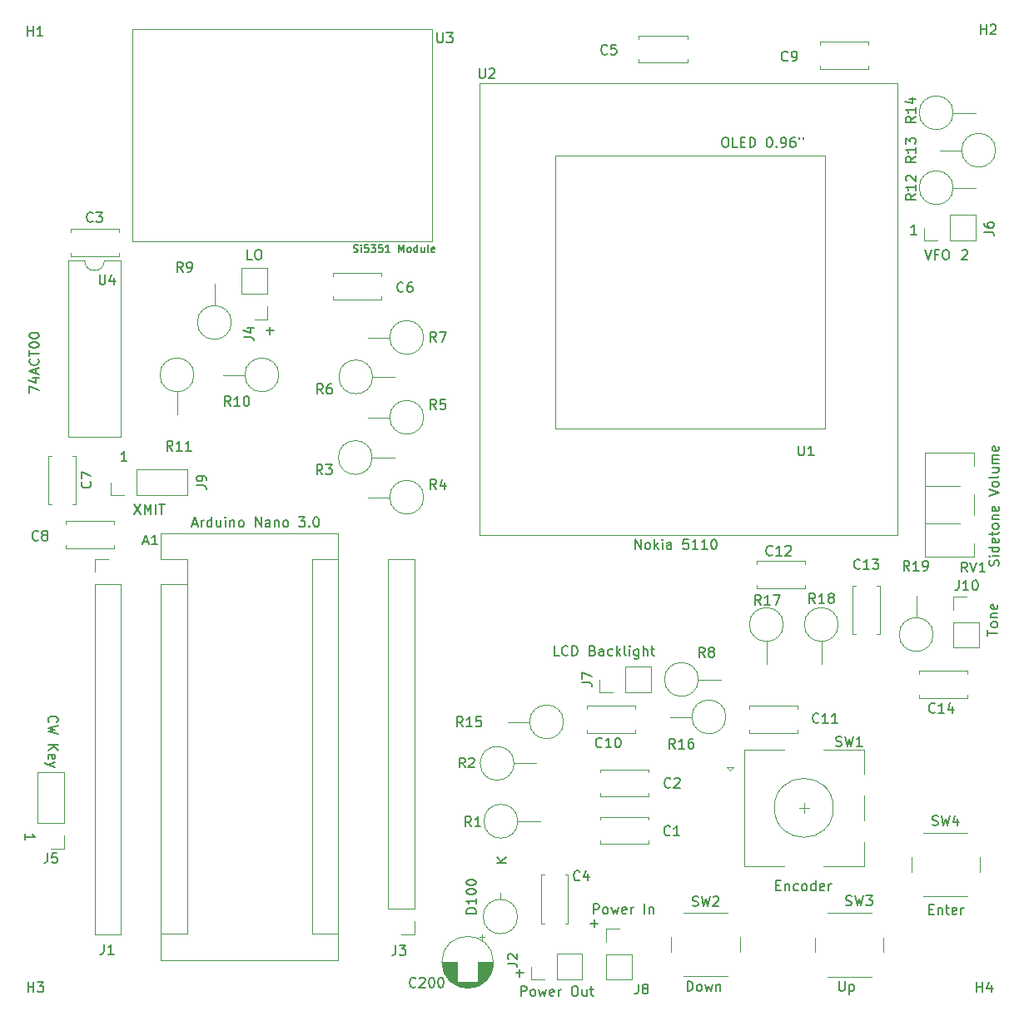
<source format=gbr>
G04 #@! TF.GenerationSoftware,KiCad,Pcbnew,(5.1.2)-2*
G04 #@! TF.CreationDate,2020-07-27T19:05:43-04:00*
G04 #@! TF.ProjectId,2n2-trans,326e322d-7472-4616-9e73-2e6b69636164,rev?*
G04 #@! TF.SameCoordinates,Original*
G04 #@! TF.FileFunction,Legend,Top*
G04 #@! TF.FilePolarity,Positive*
%FSLAX46Y46*%
G04 Gerber Fmt 4.6, Leading zero omitted, Abs format (unit mm)*
G04 Created by KiCad (PCBNEW (5.1.2)-2) date 2020-07-27 19:05:43*
%MOMM*%
%LPD*%
G04 APERTURE LIST*
%ADD10C,0.150000*%
%ADD11C,0.149860*%
%ADD12C,0.190500*%
%ADD13C,0.120000*%
G04 APERTURE END LIST*
D10*
X168692723Y-135132771D02*
X169026057Y-135132771D01*
X169168914Y-135656580D02*
X168692723Y-135656580D01*
X168692723Y-134656580D01*
X169168914Y-134656580D01*
X169597485Y-134989914D02*
X169597485Y-135656580D01*
X169597485Y-135085152D02*
X169645104Y-135037533D01*
X169740342Y-134989914D01*
X169883200Y-134989914D01*
X169978438Y-135037533D01*
X170026057Y-135132771D01*
X170026057Y-135656580D01*
X170359390Y-134989914D02*
X170740342Y-134989914D01*
X170502247Y-134656580D02*
X170502247Y-135513723D01*
X170549866Y-135608961D01*
X170645104Y-135656580D01*
X170740342Y-135656580D01*
X171454628Y-135608961D02*
X171359390Y-135656580D01*
X171168914Y-135656580D01*
X171073676Y-135608961D01*
X171026057Y-135513723D01*
X171026057Y-135132771D01*
X171073676Y-135037533D01*
X171168914Y-134989914D01*
X171359390Y-134989914D01*
X171454628Y-135037533D01*
X171502247Y-135132771D01*
X171502247Y-135228009D01*
X171026057Y-135323247D01*
X171930819Y-135656580D02*
X171930819Y-134989914D01*
X171930819Y-135180390D02*
X171978438Y-135085152D01*
X172026057Y-135037533D01*
X172121295Y-134989914D01*
X172216533Y-134989914D01*
X159535904Y-142454380D02*
X159535904Y-143263904D01*
X159583523Y-143359142D01*
X159631142Y-143406761D01*
X159726380Y-143454380D01*
X159916857Y-143454380D01*
X160012095Y-143406761D01*
X160059714Y-143359142D01*
X160107333Y-143263904D01*
X160107333Y-142454380D01*
X160583523Y-142787714D02*
X160583523Y-143787714D01*
X160583523Y-142835333D02*
X160678761Y-142787714D01*
X160869238Y-142787714D01*
X160964476Y-142835333D01*
X161012095Y-142882952D01*
X161059714Y-142978190D01*
X161059714Y-143263904D01*
X161012095Y-143359142D01*
X160964476Y-143406761D01*
X160869238Y-143454380D01*
X160678761Y-143454380D01*
X160583523Y-143406761D01*
X144105523Y-143454380D02*
X144105523Y-142454380D01*
X144343619Y-142454380D01*
X144486476Y-142502000D01*
X144581714Y-142597238D01*
X144629333Y-142692476D01*
X144676952Y-142882952D01*
X144676952Y-143025809D01*
X144629333Y-143216285D01*
X144581714Y-143311523D01*
X144486476Y-143406761D01*
X144343619Y-143454380D01*
X144105523Y-143454380D01*
X145248380Y-143454380D02*
X145153142Y-143406761D01*
X145105523Y-143359142D01*
X145057904Y-143263904D01*
X145057904Y-142978190D01*
X145105523Y-142882952D01*
X145153142Y-142835333D01*
X145248380Y-142787714D01*
X145391238Y-142787714D01*
X145486476Y-142835333D01*
X145534095Y-142882952D01*
X145581714Y-142978190D01*
X145581714Y-143263904D01*
X145534095Y-143359142D01*
X145486476Y-143406761D01*
X145391238Y-143454380D01*
X145248380Y-143454380D01*
X145915047Y-142787714D02*
X146105523Y-143454380D01*
X146296000Y-142978190D01*
X146486476Y-143454380D01*
X146676952Y-142787714D01*
X147057904Y-142787714D02*
X147057904Y-143454380D01*
X147057904Y-142882952D02*
X147105523Y-142835333D01*
X147200761Y-142787714D01*
X147343619Y-142787714D01*
X147438857Y-142835333D01*
X147486476Y-142930571D01*
X147486476Y-143454380D01*
X175740961Y-100202238D02*
X175788580Y-100059380D01*
X175788580Y-99821285D01*
X175740961Y-99726047D01*
X175693342Y-99678428D01*
X175598104Y-99630809D01*
X175502866Y-99630809D01*
X175407628Y-99678428D01*
X175360009Y-99726047D01*
X175312390Y-99821285D01*
X175264771Y-100011761D01*
X175217152Y-100107000D01*
X175169533Y-100154619D01*
X175074295Y-100202238D01*
X174979057Y-100202238D01*
X174883819Y-100154619D01*
X174836200Y-100107000D01*
X174788580Y-100011761D01*
X174788580Y-99773666D01*
X174836200Y-99630809D01*
X175788580Y-99202238D02*
X175121914Y-99202238D01*
X174788580Y-99202238D02*
X174836200Y-99249857D01*
X174883819Y-99202238D01*
X174836200Y-99154619D01*
X174788580Y-99202238D01*
X174883819Y-99202238D01*
X175788580Y-98297476D02*
X174788580Y-98297476D01*
X175740961Y-98297476D02*
X175788580Y-98392714D01*
X175788580Y-98583190D01*
X175740961Y-98678428D01*
X175693342Y-98726047D01*
X175598104Y-98773666D01*
X175312390Y-98773666D01*
X175217152Y-98726047D01*
X175169533Y-98678428D01*
X175121914Y-98583190D01*
X175121914Y-98392714D01*
X175169533Y-98297476D01*
X175740961Y-97440333D02*
X175788580Y-97535571D01*
X175788580Y-97726047D01*
X175740961Y-97821285D01*
X175645723Y-97868904D01*
X175264771Y-97868904D01*
X175169533Y-97821285D01*
X175121914Y-97726047D01*
X175121914Y-97535571D01*
X175169533Y-97440333D01*
X175264771Y-97392714D01*
X175360009Y-97392714D01*
X175455247Y-97868904D01*
X175121914Y-97107000D02*
X175121914Y-96726047D01*
X174788580Y-96964142D02*
X175645723Y-96964142D01*
X175740961Y-96916523D01*
X175788580Y-96821285D01*
X175788580Y-96726047D01*
X175788580Y-96249857D02*
X175740961Y-96345095D01*
X175693342Y-96392714D01*
X175598104Y-96440333D01*
X175312390Y-96440333D01*
X175217152Y-96392714D01*
X175169533Y-96345095D01*
X175121914Y-96249857D01*
X175121914Y-96107000D01*
X175169533Y-96011761D01*
X175217152Y-95964142D01*
X175312390Y-95916523D01*
X175598104Y-95916523D01*
X175693342Y-95964142D01*
X175740961Y-96011761D01*
X175788580Y-96107000D01*
X175788580Y-96249857D01*
X175121914Y-95487952D02*
X175788580Y-95487952D01*
X175217152Y-95487952D02*
X175169533Y-95440333D01*
X175121914Y-95345095D01*
X175121914Y-95202238D01*
X175169533Y-95107000D01*
X175264771Y-95059380D01*
X175788580Y-95059380D01*
X175740961Y-94202238D02*
X175788580Y-94297476D01*
X175788580Y-94487952D01*
X175740961Y-94583190D01*
X175645723Y-94630809D01*
X175264771Y-94630809D01*
X175169533Y-94583190D01*
X175121914Y-94487952D01*
X175121914Y-94297476D01*
X175169533Y-94202238D01*
X175264771Y-94154619D01*
X175360009Y-94154619D01*
X175455247Y-94630809D01*
X174788580Y-93107000D02*
X175788580Y-92773666D01*
X174788580Y-92440333D01*
X175788580Y-91964142D02*
X175740961Y-92059380D01*
X175693342Y-92107000D01*
X175598104Y-92154619D01*
X175312390Y-92154619D01*
X175217152Y-92107000D01*
X175169533Y-92059380D01*
X175121914Y-91964142D01*
X175121914Y-91821285D01*
X175169533Y-91726047D01*
X175217152Y-91678428D01*
X175312390Y-91630809D01*
X175598104Y-91630809D01*
X175693342Y-91678428D01*
X175740961Y-91726047D01*
X175788580Y-91821285D01*
X175788580Y-91964142D01*
X175788580Y-91059380D02*
X175740961Y-91154619D01*
X175645723Y-91202238D01*
X174788580Y-91202238D01*
X175121914Y-90249857D02*
X175788580Y-90249857D01*
X175121914Y-90678428D02*
X175645723Y-90678428D01*
X175740961Y-90630809D01*
X175788580Y-90535571D01*
X175788580Y-90392714D01*
X175740961Y-90297476D01*
X175693342Y-90249857D01*
X175788580Y-89773666D02*
X175121914Y-89773666D01*
X175217152Y-89773666D02*
X175169533Y-89726047D01*
X175121914Y-89630809D01*
X175121914Y-89487952D01*
X175169533Y-89392714D01*
X175264771Y-89345095D01*
X175788580Y-89345095D01*
X175264771Y-89345095D02*
X175169533Y-89297476D01*
X175121914Y-89202238D01*
X175121914Y-89059380D01*
X175169533Y-88964142D01*
X175264771Y-88916523D01*
X175788580Y-88916523D01*
X175740961Y-88059380D02*
X175788580Y-88154619D01*
X175788580Y-88345095D01*
X175740961Y-88440333D01*
X175645723Y-88487952D01*
X175264771Y-88487952D01*
X175169533Y-88440333D01*
X175121914Y-88345095D01*
X175121914Y-88154619D01*
X175169533Y-88059380D01*
X175264771Y-88011761D01*
X175360009Y-88011761D01*
X175455247Y-88487952D01*
D11*
X174652819Y-107308952D02*
X174652819Y-106728380D01*
X175668819Y-107018666D02*
X174652819Y-107018666D01*
X175668819Y-106244571D02*
X175620438Y-106341333D01*
X175572057Y-106389714D01*
X175475295Y-106438095D01*
X175185009Y-106438095D01*
X175088247Y-106389714D01*
X175039866Y-106341333D01*
X174991485Y-106244571D01*
X174991485Y-106099428D01*
X175039866Y-106002666D01*
X175088247Y-105954285D01*
X175185009Y-105905904D01*
X175475295Y-105905904D01*
X175572057Y-105954285D01*
X175620438Y-106002666D01*
X175668819Y-106099428D01*
X175668819Y-106244571D01*
X174991485Y-105470476D02*
X175668819Y-105470476D01*
X175088247Y-105470476D02*
X175039866Y-105422095D01*
X174991485Y-105325333D01*
X174991485Y-105180190D01*
X175039866Y-105083428D01*
X175136628Y-105035047D01*
X175668819Y-105035047D01*
X175620438Y-104164190D02*
X175668819Y-104260952D01*
X175668819Y-104454476D01*
X175620438Y-104551238D01*
X175523676Y-104599619D01*
X175136628Y-104599619D01*
X175039866Y-104551238D01*
X174991485Y-104454476D01*
X174991485Y-104260952D01*
X175039866Y-104164190D01*
X175136628Y-104115809D01*
X175233390Y-104115809D01*
X175330152Y-104599619D01*
D10*
X76763619Y-128047714D02*
X76763619Y-127476285D01*
X76763619Y-127762000D02*
X77763619Y-127762000D01*
X77620761Y-127666761D01*
X77525523Y-127571523D01*
X77477904Y-127476285D01*
X87102914Y-89530180D02*
X86531485Y-89530180D01*
X86817200Y-89530180D02*
X86817200Y-88530180D01*
X86721961Y-88673038D01*
X86626723Y-88768276D01*
X86531485Y-88815895D01*
X153141704Y-132719771D02*
X153475038Y-132719771D01*
X153617895Y-133243580D02*
X153141704Y-133243580D01*
X153141704Y-132243580D01*
X153617895Y-132243580D01*
X154046466Y-132576914D02*
X154046466Y-133243580D01*
X154046466Y-132672152D02*
X154094085Y-132624533D01*
X154189323Y-132576914D01*
X154332180Y-132576914D01*
X154427419Y-132624533D01*
X154475038Y-132719771D01*
X154475038Y-133243580D01*
X155379800Y-133195961D02*
X155284561Y-133243580D01*
X155094085Y-133243580D01*
X154998847Y-133195961D01*
X154951228Y-133148342D01*
X154903609Y-133053104D01*
X154903609Y-132767390D01*
X154951228Y-132672152D01*
X154998847Y-132624533D01*
X155094085Y-132576914D01*
X155284561Y-132576914D01*
X155379800Y-132624533D01*
X155951228Y-133243580D02*
X155855990Y-133195961D01*
X155808371Y-133148342D01*
X155760752Y-133053104D01*
X155760752Y-132767390D01*
X155808371Y-132672152D01*
X155855990Y-132624533D01*
X155951228Y-132576914D01*
X156094085Y-132576914D01*
X156189323Y-132624533D01*
X156236942Y-132672152D01*
X156284561Y-132767390D01*
X156284561Y-133053104D01*
X156236942Y-133148342D01*
X156189323Y-133195961D01*
X156094085Y-133243580D01*
X155951228Y-133243580D01*
X157141704Y-133243580D02*
X157141704Y-132243580D01*
X157141704Y-133195961D02*
X157046466Y-133243580D01*
X156855990Y-133243580D01*
X156760752Y-133195961D01*
X156713133Y-133148342D01*
X156665514Y-133053104D01*
X156665514Y-132767390D01*
X156713133Y-132672152D01*
X156760752Y-132624533D01*
X156855990Y-132576914D01*
X157046466Y-132576914D01*
X157141704Y-132624533D01*
X157998847Y-133195961D02*
X157903609Y-133243580D01*
X157713133Y-133243580D01*
X157617895Y-133195961D01*
X157570276Y-133100723D01*
X157570276Y-132719771D01*
X157617895Y-132624533D01*
X157713133Y-132576914D01*
X157903609Y-132576914D01*
X157998847Y-132624533D01*
X158046466Y-132719771D01*
X158046466Y-132815009D01*
X157570276Y-132910247D01*
X158475038Y-133243580D02*
X158475038Y-132576914D01*
X158475038Y-132767390D02*
X158522657Y-132672152D01*
X158570276Y-132624533D01*
X158665514Y-132576914D01*
X158760752Y-132576914D01*
X93799828Y-95950066D02*
X94276019Y-95950066D01*
X93704590Y-96235780D02*
X94037923Y-95235780D01*
X94371257Y-96235780D01*
X94704590Y-96235780D02*
X94704590Y-95569114D01*
X94704590Y-95759590D02*
X94752209Y-95664352D01*
X94799828Y-95616733D01*
X94895066Y-95569114D01*
X94990304Y-95569114D01*
X95752209Y-96235780D02*
X95752209Y-95235780D01*
X95752209Y-96188161D02*
X95656971Y-96235780D01*
X95466495Y-96235780D01*
X95371257Y-96188161D01*
X95323638Y-96140542D01*
X95276019Y-96045304D01*
X95276019Y-95759590D01*
X95323638Y-95664352D01*
X95371257Y-95616733D01*
X95466495Y-95569114D01*
X95656971Y-95569114D01*
X95752209Y-95616733D01*
X96656971Y-95569114D02*
X96656971Y-96235780D01*
X96228400Y-95569114D02*
X96228400Y-96092923D01*
X96276019Y-96188161D01*
X96371257Y-96235780D01*
X96514114Y-96235780D01*
X96609352Y-96188161D01*
X96656971Y-96140542D01*
X97133161Y-96235780D02*
X97133161Y-95569114D01*
X97133161Y-95235780D02*
X97085542Y-95283400D01*
X97133161Y-95331019D01*
X97180780Y-95283400D01*
X97133161Y-95235780D01*
X97133161Y-95331019D01*
X97609352Y-95569114D02*
X97609352Y-96235780D01*
X97609352Y-95664352D02*
X97656971Y-95616733D01*
X97752209Y-95569114D01*
X97895066Y-95569114D01*
X97990304Y-95616733D01*
X98037923Y-95711971D01*
X98037923Y-96235780D01*
X98656971Y-96235780D02*
X98561733Y-96188161D01*
X98514114Y-96140542D01*
X98466495Y-96045304D01*
X98466495Y-95759590D01*
X98514114Y-95664352D01*
X98561733Y-95616733D01*
X98656971Y-95569114D01*
X98799828Y-95569114D01*
X98895066Y-95616733D01*
X98942685Y-95664352D01*
X98990304Y-95759590D01*
X98990304Y-96045304D01*
X98942685Y-96140542D01*
X98895066Y-96188161D01*
X98799828Y-96235780D01*
X98656971Y-96235780D01*
X100180780Y-96235780D02*
X100180780Y-95235780D01*
X100752209Y-96235780D01*
X100752209Y-95235780D01*
X101656971Y-96235780D02*
X101656971Y-95711971D01*
X101609352Y-95616733D01*
X101514114Y-95569114D01*
X101323638Y-95569114D01*
X101228400Y-95616733D01*
X101656971Y-96188161D02*
X101561733Y-96235780D01*
X101323638Y-96235780D01*
X101228400Y-96188161D01*
X101180780Y-96092923D01*
X101180780Y-95997685D01*
X101228400Y-95902447D01*
X101323638Y-95854828D01*
X101561733Y-95854828D01*
X101656971Y-95807209D01*
X102133161Y-95569114D02*
X102133161Y-96235780D01*
X102133161Y-95664352D02*
X102180780Y-95616733D01*
X102276019Y-95569114D01*
X102418876Y-95569114D01*
X102514114Y-95616733D01*
X102561733Y-95711971D01*
X102561733Y-96235780D01*
X103180780Y-96235780D02*
X103085542Y-96188161D01*
X103037923Y-96140542D01*
X102990304Y-96045304D01*
X102990304Y-95759590D01*
X103037923Y-95664352D01*
X103085542Y-95616733D01*
X103180780Y-95569114D01*
X103323638Y-95569114D01*
X103418876Y-95616733D01*
X103466495Y-95664352D01*
X103514114Y-95759590D01*
X103514114Y-96045304D01*
X103466495Y-96140542D01*
X103418876Y-96188161D01*
X103323638Y-96235780D01*
X103180780Y-96235780D01*
X104609352Y-95235780D02*
X105228400Y-95235780D01*
X104895066Y-95616733D01*
X105037923Y-95616733D01*
X105133161Y-95664352D01*
X105180780Y-95711971D01*
X105228400Y-95807209D01*
X105228400Y-96045304D01*
X105180780Y-96140542D01*
X105133161Y-96188161D01*
X105037923Y-96235780D01*
X104752209Y-96235780D01*
X104656971Y-96188161D01*
X104609352Y-96140542D01*
X105656971Y-96140542D02*
X105704590Y-96188161D01*
X105656971Y-96235780D01*
X105609352Y-96188161D01*
X105656971Y-96140542D01*
X105656971Y-96235780D01*
X106323638Y-95235780D02*
X106418876Y-95235780D01*
X106514114Y-95283400D01*
X106561733Y-95331019D01*
X106609352Y-95426257D01*
X106656971Y-95616733D01*
X106656971Y-95854828D01*
X106609352Y-96045304D01*
X106561733Y-96140542D01*
X106514114Y-96188161D01*
X106418876Y-96235780D01*
X106323638Y-96235780D01*
X106228400Y-96188161D01*
X106180780Y-96140542D01*
X106133161Y-96045304D01*
X106085542Y-95854828D01*
X106085542Y-95616733D01*
X106133161Y-95426257D01*
X106180780Y-95331019D01*
X106228400Y-95283400D01*
X106323638Y-95235780D01*
X77176380Y-82573428D02*
X77176380Y-81906761D01*
X78176380Y-82335333D01*
X77509714Y-81097238D02*
X78176380Y-81097238D01*
X77128761Y-81335333D02*
X77843047Y-81573428D01*
X77843047Y-80954380D01*
X77890666Y-80621047D02*
X77890666Y-80144857D01*
X78176380Y-80716285D02*
X77176380Y-80382952D01*
X78176380Y-80049619D01*
X78081142Y-79144857D02*
X78128761Y-79192476D01*
X78176380Y-79335333D01*
X78176380Y-79430571D01*
X78128761Y-79573428D01*
X78033523Y-79668666D01*
X77938285Y-79716285D01*
X77747809Y-79763904D01*
X77604952Y-79763904D01*
X77414476Y-79716285D01*
X77319238Y-79668666D01*
X77224000Y-79573428D01*
X77176380Y-79430571D01*
X77176380Y-79335333D01*
X77224000Y-79192476D01*
X77271619Y-79144857D01*
X77176380Y-78859142D02*
X77176380Y-78287714D01*
X78176380Y-78573428D02*
X77176380Y-78573428D01*
X77176380Y-77763904D02*
X77176380Y-77668666D01*
X77224000Y-77573428D01*
X77271619Y-77525809D01*
X77366857Y-77478190D01*
X77557333Y-77430571D01*
X77795428Y-77430571D01*
X77985904Y-77478190D01*
X78081142Y-77525809D01*
X78128761Y-77573428D01*
X78176380Y-77668666D01*
X78176380Y-77763904D01*
X78128761Y-77859142D01*
X78081142Y-77906761D01*
X77985904Y-77954380D01*
X77795428Y-78002000D01*
X77557333Y-78002000D01*
X77366857Y-77954380D01*
X77271619Y-77906761D01*
X77224000Y-77859142D01*
X77176380Y-77763904D01*
X77176380Y-76811523D02*
X77176380Y-76716285D01*
X77224000Y-76621047D01*
X77271619Y-76573428D01*
X77366857Y-76525809D01*
X77557333Y-76478190D01*
X77795428Y-76478190D01*
X77985904Y-76525809D01*
X78081142Y-76573428D01*
X78128761Y-76621047D01*
X78176380Y-76716285D01*
X78176380Y-76811523D01*
X78128761Y-76906761D01*
X78081142Y-76954380D01*
X77985904Y-77002000D01*
X77795428Y-77049619D01*
X77557333Y-77049619D01*
X77366857Y-77002000D01*
X77271619Y-76954380D01*
X77224000Y-76906761D01*
X77176380Y-76811523D01*
X134239047Y-136596428D02*
X135000952Y-136596428D01*
X134620000Y-136977380D02*
X134620000Y-136215476D01*
X134569580Y-135605780D02*
X134569580Y-134605780D01*
X134950533Y-134605780D01*
X135045771Y-134653400D01*
X135093390Y-134701019D01*
X135141009Y-134796257D01*
X135141009Y-134939114D01*
X135093390Y-135034352D01*
X135045771Y-135081971D01*
X134950533Y-135129590D01*
X134569580Y-135129590D01*
X135712438Y-135605780D02*
X135617200Y-135558161D01*
X135569580Y-135510542D01*
X135521961Y-135415304D01*
X135521961Y-135129590D01*
X135569580Y-135034352D01*
X135617200Y-134986733D01*
X135712438Y-134939114D01*
X135855295Y-134939114D01*
X135950533Y-134986733D01*
X135998152Y-135034352D01*
X136045771Y-135129590D01*
X136045771Y-135415304D01*
X135998152Y-135510542D01*
X135950533Y-135558161D01*
X135855295Y-135605780D01*
X135712438Y-135605780D01*
X136379104Y-134939114D02*
X136569580Y-135605780D01*
X136760057Y-135129590D01*
X136950533Y-135605780D01*
X137141009Y-134939114D01*
X137902914Y-135558161D02*
X137807676Y-135605780D01*
X137617200Y-135605780D01*
X137521961Y-135558161D01*
X137474342Y-135462923D01*
X137474342Y-135081971D01*
X137521961Y-134986733D01*
X137617200Y-134939114D01*
X137807676Y-134939114D01*
X137902914Y-134986733D01*
X137950533Y-135081971D01*
X137950533Y-135177209D01*
X137474342Y-135272447D01*
X138379104Y-135605780D02*
X138379104Y-134939114D01*
X138379104Y-135129590D02*
X138426723Y-135034352D01*
X138474342Y-134986733D01*
X138569580Y-134939114D01*
X138664819Y-134939114D01*
X139760057Y-135605780D02*
X139760057Y-134605780D01*
X140236247Y-134939114D02*
X140236247Y-135605780D01*
X140236247Y-135034352D02*
X140283866Y-134986733D01*
X140379104Y-134939114D01*
X140521961Y-134939114D01*
X140617200Y-134986733D01*
X140664819Y-135081971D01*
X140664819Y-135605780D01*
D12*
X110163428Y-68253428D02*
X110272285Y-68289714D01*
X110453714Y-68289714D01*
X110526285Y-68253428D01*
X110562571Y-68217142D01*
X110598857Y-68144571D01*
X110598857Y-68072000D01*
X110562571Y-67999428D01*
X110526285Y-67963142D01*
X110453714Y-67926857D01*
X110308571Y-67890571D01*
X110236000Y-67854285D01*
X110199714Y-67818000D01*
X110163428Y-67745428D01*
X110163428Y-67672857D01*
X110199714Y-67600285D01*
X110236000Y-67564000D01*
X110308571Y-67527714D01*
X110490000Y-67527714D01*
X110598857Y-67564000D01*
X110925428Y-68289714D02*
X110925428Y-67781714D01*
X110925428Y-67527714D02*
X110889142Y-67564000D01*
X110925428Y-67600285D01*
X110961714Y-67564000D01*
X110925428Y-67527714D01*
X110925428Y-67600285D01*
X111651142Y-67527714D02*
X111288285Y-67527714D01*
X111252000Y-67890571D01*
X111288285Y-67854285D01*
X111360857Y-67818000D01*
X111542285Y-67818000D01*
X111614857Y-67854285D01*
X111651142Y-67890571D01*
X111687428Y-67963142D01*
X111687428Y-68144571D01*
X111651142Y-68217142D01*
X111614857Y-68253428D01*
X111542285Y-68289714D01*
X111360857Y-68289714D01*
X111288285Y-68253428D01*
X111252000Y-68217142D01*
X111941428Y-67527714D02*
X112413142Y-67527714D01*
X112159142Y-67818000D01*
X112268000Y-67818000D01*
X112340571Y-67854285D01*
X112376857Y-67890571D01*
X112413142Y-67963142D01*
X112413142Y-68144571D01*
X112376857Y-68217142D01*
X112340571Y-68253428D01*
X112268000Y-68289714D01*
X112050285Y-68289714D01*
X111977714Y-68253428D01*
X111941428Y-68217142D01*
X113102571Y-67527714D02*
X112739714Y-67527714D01*
X112703428Y-67890571D01*
X112739714Y-67854285D01*
X112812285Y-67818000D01*
X112993714Y-67818000D01*
X113066285Y-67854285D01*
X113102571Y-67890571D01*
X113138857Y-67963142D01*
X113138857Y-68144571D01*
X113102571Y-68217142D01*
X113066285Y-68253428D01*
X112993714Y-68289714D01*
X112812285Y-68289714D01*
X112739714Y-68253428D01*
X112703428Y-68217142D01*
X113864571Y-68289714D02*
X113429142Y-68289714D01*
X113646857Y-68289714D02*
X113646857Y-67527714D01*
X113574285Y-67636571D01*
X113501714Y-67709142D01*
X113429142Y-67745428D01*
X114771714Y-68289714D02*
X114771714Y-67527714D01*
X115025714Y-68072000D01*
X115279714Y-67527714D01*
X115279714Y-68289714D01*
X115751428Y-68289714D02*
X115678857Y-68253428D01*
X115642571Y-68217142D01*
X115606285Y-68144571D01*
X115606285Y-67926857D01*
X115642571Y-67854285D01*
X115678857Y-67818000D01*
X115751428Y-67781714D01*
X115860285Y-67781714D01*
X115932857Y-67818000D01*
X115969142Y-67854285D01*
X116005428Y-67926857D01*
X116005428Y-68144571D01*
X115969142Y-68217142D01*
X115932857Y-68253428D01*
X115860285Y-68289714D01*
X115751428Y-68289714D01*
X116658571Y-68289714D02*
X116658571Y-67527714D01*
X116658571Y-68253428D02*
X116586000Y-68289714D01*
X116440857Y-68289714D01*
X116368285Y-68253428D01*
X116332000Y-68217142D01*
X116295714Y-68144571D01*
X116295714Y-67926857D01*
X116332000Y-67854285D01*
X116368285Y-67818000D01*
X116440857Y-67781714D01*
X116586000Y-67781714D01*
X116658571Y-67818000D01*
X117348000Y-67781714D02*
X117348000Y-68289714D01*
X117021428Y-67781714D02*
X117021428Y-68180857D01*
X117057714Y-68253428D01*
X117130285Y-68289714D01*
X117239142Y-68289714D01*
X117311714Y-68253428D01*
X117348000Y-68217142D01*
X117819714Y-68289714D02*
X117747142Y-68253428D01*
X117710857Y-68180857D01*
X117710857Y-67527714D01*
X118400285Y-68253428D02*
X118327714Y-68289714D01*
X118182571Y-68289714D01*
X118110000Y-68253428D01*
X118073714Y-68180857D01*
X118073714Y-67890571D01*
X118110000Y-67818000D01*
X118182571Y-67781714D01*
X118327714Y-67781714D01*
X118400285Y-67818000D01*
X118436571Y-67890571D01*
X118436571Y-67963142D01*
X118073714Y-68035714D01*
D10*
X147884047Y-56602380D02*
X148074523Y-56602380D01*
X148169761Y-56650000D01*
X148265000Y-56745238D01*
X148312619Y-56935714D01*
X148312619Y-57269047D01*
X148265000Y-57459523D01*
X148169761Y-57554761D01*
X148074523Y-57602380D01*
X147884047Y-57602380D01*
X147788809Y-57554761D01*
X147693571Y-57459523D01*
X147645952Y-57269047D01*
X147645952Y-56935714D01*
X147693571Y-56745238D01*
X147788809Y-56650000D01*
X147884047Y-56602380D01*
X149217380Y-57602380D02*
X148741190Y-57602380D01*
X148741190Y-56602380D01*
X149550714Y-57078571D02*
X149884047Y-57078571D01*
X150026904Y-57602380D02*
X149550714Y-57602380D01*
X149550714Y-56602380D01*
X150026904Y-56602380D01*
X150455476Y-57602380D02*
X150455476Y-56602380D01*
X150693571Y-56602380D01*
X150836428Y-56650000D01*
X150931666Y-56745238D01*
X150979285Y-56840476D01*
X151026904Y-57030952D01*
X151026904Y-57173809D01*
X150979285Y-57364285D01*
X150931666Y-57459523D01*
X150836428Y-57554761D01*
X150693571Y-57602380D01*
X150455476Y-57602380D01*
X152407857Y-56602380D02*
X152503095Y-56602380D01*
X152598333Y-56650000D01*
X152645952Y-56697619D01*
X152693571Y-56792857D01*
X152741190Y-56983333D01*
X152741190Y-57221428D01*
X152693571Y-57411904D01*
X152645952Y-57507142D01*
X152598333Y-57554761D01*
X152503095Y-57602380D01*
X152407857Y-57602380D01*
X152312619Y-57554761D01*
X152265000Y-57507142D01*
X152217380Y-57411904D01*
X152169761Y-57221428D01*
X152169761Y-56983333D01*
X152217380Y-56792857D01*
X152265000Y-56697619D01*
X152312619Y-56650000D01*
X152407857Y-56602380D01*
X153169761Y-57507142D02*
X153217380Y-57554761D01*
X153169761Y-57602380D01*
X153122142Y-57554761D01*
X153169761Y-57507142D01*
X153169761Y-57602380D01*
X153693571Y-57602380D02*
X153884047Y-57602380D01*
X153979285Y-57554761D01*
X154026904Y-57507142D01*
X154122142Y-57364285D01*
X154169761Y-57173809D01*
X154169761Y-56792857D01*
X154122142Y-56697619D01*
X154074523Y-56650000D01*
X153979285Y-56602380D01*
X153788809Y-56602380D01*
X153693571Y-56650000D01*
X153645952Y-56697619D01*
X153598333Y-56792857D01*
X153598333Y-57030952D01*
X153645952Y-57126190D01*
X153693571Y-57173809D01*
X153788809Y-57221428D01*
X153979285Y-57221428D01*
X154074523Y-57173809D01*
X154122142Y-57126190D01*
X154169761Y-57030952D01*
X155026904Y-56602380D02*
X154836428Y-56602380D01*
X154741190Y-56650000D01*
X154693571Y-56697619D01*
X154598333Y-56840476D01*
X154550714Y-57030952D01*
X154550714Y-57411904D01*
X154598333Y-57507142D01*
X154645952Y-57554761D01*
X154741190Y-57602380D01*
X154931666Y-57602380D01*
X155026904Y-57554761D01*
X155074523Y-57507142D01*
X155122142Y-57411904D01*
X155122142Y-57173809D01*
X155074523Y-57078571D01*
X155026904Y-57030952D01*
X154931666Y-56983333D01*
X154741190Y-56983333D01*
X154645952Y-57030952D01*
X154598333Y-57078571D01*
X154550714Y-57173809D01*
X155503095Y-56602380D02*
X155503095Y-56792857D01*
X155884047Y-56602380D02*
X155884047Y-56792857D01*
X138806752Y-98496380D02*
X138806752Y-97496380D01*
X139378180Y-98496380D01*
X139378180Y-97496380D01*
X139997228Y-98496380D02*
X139901990Y-98448761D01*
X139854371Y-98401142D01*
X139806752Y-98305904D01*
X139806752Y-98020190D01*
X139854371Y-97924952D01*
X139901990Y-97877333D01*
X139997228Y-97829714D01*
X140140085Y-97829714D01*
X140235323Y-97877333D01*
X140282942Y-97924952D01*
X140330561Y-98020190D01*
X140330561Y-98305904D01*
X140282942Y-98401142D01*
X140235323Y-98448761D01*
X140140085Y-98496380D01*
X139997228Y-98496380D01*
X140759133Y-98496380D02*
X140759133Y-97496380D01*
X140854371Y-98115428D02*
X141140085Y-98496380D01*
X141140085Y-97829714D02*
X140759133Y-98210666D01*
X141568657Y-98496380D02*
X141568657Y-97829714D01*
X141568657Y-97496380D02*
X141521038Y-97544000D01*
X141568657Y-97591619D01*
X141616276Y-97544000D01*
X141568657Y-97496380D01*
X141568657Y-97591619D01*
X142473419Y-98496380D02*
X142473419Y-97972571D01*
X142425800Y-97877333D01*
X142330561Y-97829714D01*
X142140085Y-97829714D01*
X142044847Y-97877333D01*
X142473419Y-98448761D02*
X142378180Y-98496380D01*
X142140085Y-98496380D01*
X142044847Y-98448761D01*
X141997228Y-98353523D01*
X141997228Y-98258285D01*
X142044847Y-98163047D01*
X142140085Y-98115428D01*
X142378180Y-98115428D01*
X142473419Y-98067809D01*
X144187704Y-97496380D02*
X143711514Y-97496380D01*
X143663895Y-97972571D01*
X143711514Y-97924952D01*
X143806752Y-97877333D01*
X144044847Y-97877333D01*
X144140085Y-97924952D01*
X144187704Y-97972571D01*
X144235323Y-98067809D01*
X144235323Y-98305904D01*
X144187704Y-98401142D01*
X144140085Y-98448761D01*
X144044847Y-98496380D01*
X143806752Y-98496380D01*
X143711514Y-98448761D01*
X143663895Y-98401142D01*
X145187704Y-98496380D02*
X144616276Y-98496380D01*
X144901990Y-98496380D02*
X144901990Y-97496380D01*
X144806752Y-97639238D01*
X144711514Y-97734476D01*
X144616276Y-97782095D01*
X146140085Y-98496380D02*
X145568657Y-98496380D01*
X145854371Y-98496380D02*
X145854371Y-97496380D01*
X145759133Y-97639238D01*
X145663895Y-97734476D01*
X145568657Y-97782095D01*
X146759133Y-97496380D02*
X146854371Y-97496380D01*
X146949609Y-97544000D01*
X146997228Y-97591619D01*
X147044847Y-97686857D01*
X147092466Y-97877333D01*
X147092466Y-98115428D01*
X147044847Y-98305904D01*
X146997228Y-98401142D01*
X146949609Y-98448761D01*
X146854371Y-98496380D01*
X146759133Y-98496380D01*
X146663895Y-98448761D01*
X146616276Y-98401142D01*
X146568657Y-98305904D01*
X146521038Y-98115428D01*
X146521038Y-97877333D01*
X146568657Y-97686857D01*
X146616276Y-97591619D01*
X146663895Y-97544000D01*
X146759133Y-97496380D01*
X131062980Y-109342180D02*
X130586790Y-109342180D01*
X130586790Y-108342180D01*
X131967742Y-109246942D02*
X131920123Y-109294561D01*
X131777266Y-109342180D01*
X131682028Y-109342180D01*
X131539171Y-109294561D01*
X131443933Y-109199323D01*
X131396314Y-109104085D01*
X131348695Y-108913609D01*
X131348695Y-108770752D01*
X131396314Y-108580276D01*
X131443933Y-108485038D01*
X131539171Y-108389800D01*
X131682028Y-108342180D01*
X131777266Y-108342180D01*
X131920123Y-108389800D01*
X131967742Y-108437419D01*
X132396314Y-109342180D02*
X132396314Y-108342180D01*
X132634409Y-108342180D01*
X132777266Y-108389800D01*
X132872504Y-108485038D01*
X132920123Y-108580276D01*
X132967742Y-108770752D01*
X132967742Y-108913609D01*
X132920123Y-109104085D01*
X132872504Y-109199323D01*
X132777266Y-109294561D01*
X132634409Y-109342180D01*
X132396314Y-109342180D01*
X134491552Y-108818371D02*
X134634409Y-108865990D01*
X134682028Y-108913609D01*
X134729647Y-109008847D01*
X134729647Y-109151704D01*
X134682028Y-109246942D01*
X134634409Y-109294561D01*
X134539171Y-109342180D01*
X134158219Y-109342180D01*
X134158219Y-108342180D01*
X134491552Y-108342180D01*
X134586790Y-108389800D01*
X134634409Y-108437419D01*
X134682028Y-108532657D01*
X134682028Y-108627895D01*
X134634409Y-108723133D01*
X134586790Y-108770752D01*
X134491552Y-108818371D01*
X134158219Y-108818371D01*
X135586790Y-109342180D02*
X135586790Y-108818371D01*
X135539171Y-108723133D01*
X135443933Y-108675514D01*
X135253457Y-108675514D01*
X135158219Y-108723133D01*
X135586790Y-109294561D02*
X135491552Y-109342180D01*
X135253457Y-109342180D01*
X135158219Y-109294561D01*
X135110600Y-109199323D01*
X135110600Y-109104085D01*
X135158219Y-109008847D01*
X135253457Y-108961228D01*
X135491552Y-108961228D01*
X135586790Y-108913609D01*
X136491552Y-109294561D02*
X136396314Y-109342180D01*
X136205838Y-109342180D01*
X136110600Y-109294561D01*
X136062980Y-109246942D01*
X136015361Y-109151704D01*
X136015361Y-108865990D01*
X136062980Y-108770752D01*
X136110600Y-108723133D01*
X136205838Y-108675514D01*
X136396314Y-108675514D01*
X136491552Y-108723133D01*
X136920123Y-109342180D02*
X136920123Y-108342180D01*
X137015361Y-108961228D02*
X137301076Y-109342180D01*
X137301076Y-108675514D02*
X136920123Y-109056466D01*
X137872504Y-109342180D02*
X137777266Y-109294561D01*
X137729647Y-109199323D01*
X137729647Y-108342180D01*
X138253457Y-109342180D02*
X138253457Y-108675514D01*
X138253457Y-108342180D02*
X138205838Y-108389800D01*
X138253457Y-108437419D01*
X138301076Y-108389800D01*
X138253457Y-108342180D01*
X138253457Y-108437419D01*
X139158219Y-108675514D02*
X139158219Y-109485038D01*
X139110600Y-109580276D01*
X139062980Y-109627895D01*
X138967742Y-109675514D01*
X138824885Y-109675514D01*
X138729647Y-109627895D01*
X139158219Y-109294561D02*
X139062980Y-109342180D01*
X138872504Y-109342180D01*
X138777266Y-109294561D01*
X138729647Y-109246942D01*
X138682028Y-109151704D01*
X138682028Y-108865990D01*
X138729647Y-108770752D01*
X138777266Y-108723133D01*
X138872504Y-108675514D01*
X139062980Y-108675514D01*
X139158219Y-108723133D01*
X139634409Y-109342180D02*
X139634409Y-108342180D01*
X140062980Y-109342180D02*
X140062980Y-108818371D01*
X140015361Y-108723133D01*
X139920123Y-108675514D01*
X139777266Y-108675514D01*
X139682028Y-108723133D01*
X139634409Y-108770752D01*
X140396314Y-108675514D02*
X140777266Y-108675514D01*
X140539171Y-108342180D02*
X140539171Y-109199323D01*
X140586790Y-109294561D01*
X140682028Y-109342180D01*
X140777266Y-109342180D01*
X79195657Y-116106819D02*
X79148038Y-116059200D01*
X79100419Y-115916342D01*
X79100419Y-115821104D01*
X79148038Y-115678247D01*
X79243276Y-115583009D01*
X79338514Y-115535390D01*
X79528990Y-115487771D01*
X79671847Y-115487771D01*
X79862323Y-115535390D01*
X79957561Y-115583009D01*
X80052800Y-115678247D01*
X80100419Y-115821104D01*
X80100419Y-115916342D01*
X80052800Y-116059200D01*
X80005180Y-116106819D01*
X80100419Y-116440152D02*
X79100419Y-116678247D01*
X79814704Y-116868723D01*
X79100419Y-117059200D01*
X80100419Y-117297295D01*
X79100419Y-118440152D02*
X80100419Y-118440152D01*
X79100419Y-119011580D02*
X79671847Y-118583009D01*
X80100419Y-119011580D02*
X79528990Y-118440152D01*
X79148038Y-119821104D02*
X79100419Y-119725866D01*
X79100419Y-119535390D01*
X79148038Y-119440152D01*
X79243276Y-119392533D01*
X79624228Y-119392533D01*
X79719466Y-119440152D01*
X79767085Y-119535390D01*
X79767085Y-119725866D01*
X79719466Y-119821104D01*
X79624228Y-119868723D01*
X79528990Y-119868723D01*
X79433752Y-119392533D01*
X79767085Y-120202057D02*
X79100419Y-120440152D01*
X79767085Y-120678247D02*
X79100419Y-120440152D01*
X78862323Y-120344914D01*
X78814704Y-120297295D01*
X78767085Y-120202057D01*
X87858790Y-93914980D02*
X88525457Y-94914980D01*
X88525457Y-93914980D02*
X87858790Y-94914980D01*
X88906409Y-94914980D02*
X88906409Y-93914980D01*
X89239742Y-94629266D01*
X89573076Y-93914980D01*
X89573076Y-94914980D01*
X90049266Y-94914980D02*
X90049266Y-93914980D01*
X90382600Y-93914980D02*
X90954028Y-93914980D01*
X90668314Y-94914980D02*
X90668314Y-93914980D01*
X172053285Y-68127619D02*
X172100904Y-68080000D01*
X172196142Y-68032380D01*
X172434238Y-68032380D01*
X172529476Y-68080000D01*
X172577095Y-68127619D01*
X172624714Y-68222857D01*
X172624714Y-68318095D01*
X172577095Y-68460952D01*
X172005666Y-69032380D01*
X172624714Y-69032380D01*
X167417714Y-66492380D02*
X166846285Y-66492380D01*
X167132000Y-66492380D02*
X167132000Y-65492380D01*
X167036761Y-65635238D01*
X166941523Y-65730476D01*
X166846285Y-65778095D01*
X168259285Y-68032380D02*
X168592619Y-69032380D01*
X168925952Y-68032380D01*
X169592619Y-68508571D02*
X169259285Y-68508571D01*
X169259285Y-69032380D02*
X169259285Y-68032380D01*
X169735476Y-68032380D01*
X170306904Y-68032380D02*
X170497380Y-68032380D01*
X170592619Y-68080000D01*
X170687857Y-68175238D01*
X170735476Y-68365714D01*
X170735476Y-68699047D01*
X170687857Y-68889523D01*
X170592619Y-68984761D01*
X170497380Y-69032380D01*
X170306904Y-69032380D01*
X170211666Y-68984761D01*
X170116428Y-68889523D01*
X170068809Y-68699047D01*
X170068809Y-68365714D01*
X170116428Y-68175238D01*
X170211666Y-68080000D01*
X170306904Y-68032380D01*
X101655571Y-75895247D02*
X101655571Y-76657152D01*
X101274619Y-76276200D02*
X102036523Y-76276200D01*
X99861714Y-69032380D02*
X99385523Y-69032380D01*
X99385523Y-68032380D01*
X100385523Y-68032380D02*
X100576000Y-68032380D01*
X100671238Y-68080000D01*
X100766476Y-68175238D01*
X100814095Y-68365714D01*
X100814095Y-68699047D01*
X100766476Y-68889523D01*
X100671238Y-68984761D01*
X100576000Y-69032380D01*
X100385523Y-69032380D01*
X100290285Y-68984761D01*
X100195047Y-68889523D01*
X100147428Y-68699047D01*
X100147428Y-68365714D01*
X100195047Y-68175238D01*
X100290285Y-68080000D01*
X100385523Y-68032380D01*
X127071428Y-141985952D02*
X127071428Y-141224047D01*
X127452380Y-141605000D02*
X126690476Y-141605000D01*
X127190952Y-143962380D02*
X127190952Y-142962380D01*
X127571904Y-142962380D01*
X127667142Y-143010000D01*
X127714761Y-143057619D01*
X127762380Y-143152857D01*
X127762380Y-143295714D01*
X127714761Y-143390952D01*
X127667142Y-143438571D01*
X127571904Y-143486190D01*
X127190952Y-143486190D01*
X128333809Y-143962380D02*
X128238571Y-143914761D01*
X128190952Y-143867142D01*
X128143333Y-143771904D01*
X128143333Y-143486190D01*
X128190952Y-143390952D01*
X128238571Y-143343333D01*
X128333809Y-143295714D01*
X128476666Y-143295714D01*
X128571904Y-143343333D01*
X128619523Y-143390952D01*
X128667142Y-143486190D01*
X128667142Y-143771904D01*
X128619523Y-143867142D01*
X128571904Y-143914761D01*
X128476666Y-143962380D01*
X128333809Y-143962380D01*
X129000476Y-143295714D02*
X129190952Y-143962380D01*
X129381428Y-143486190D01*
X129571904Y-143962380D01*
X129762380Y-143295714D01*
X130524285Y-143914761D02*
X130429047Y-143962380D01*
X130238571Y-143962380D01*
X130143333Y-143914761D01*
X130095714Y-143819523D01*
X130095714Y-143438571D01*
X130143333Y-143343333D01*
X130238571Y-143295714D01*
X130429047Y-143295714D01*
X130524285Y-143343333D01*
X130571904Y-143438571D01*
X130571904Y-143533809D01*
X130095714Y-143629047D01*
X131000476Y-143962380D02*
X131000476Y-143295714D01*
X131000476Y-143486190D02*
X131048095Y-143390952D01*
X131095714Y-143343333D01*
X131190952Y-143295714D01*
X131286190Y-143295714D01*
X132571904Y-142962380D02*
X132762380Y-142962380D01*
X132857619Y-143010000D01*
X132952857Y-143105238D01*
X133000476Y-143295714D01*
X133000476Y-143629047D01*
X132952857Y-143819523D01*
X132857619Y-143914761D01*
X132762380Y-143962380D01*
X132571904Y-143962380D01*
X132476666Y-143914761D01*
X132381428Y-143819523D01*
X132333809Y-143629047D01*
X132333809Y-143295714D01*
X132381428Y-143105238D01*
X132476666Y-143010000D01*
X132571904Y-142962380D01*
X133857619Y-143295714D02*
X133857619Y-143962380D01*
X133429047Y-143295714D02*
X133429047Y-143819523D01*
X133476666Y-143914761D01*
X133571904Y-143962380D01*
X133714761Y-143962380D01*
X133810000Y-143914761D01*
X133857619Y-143867142D01*
X134190952Y-143295714D02*
X134571904Y-143295714D01*
X134333809Y-142962380D02*
X134333809Y-143819523D01*
X134381428Y-143914761D01*
X134476666Y-143962380D01*
X134571904Y-143962380D01*
D13*
X108613400Y-96872600D02*
X90573400Y-96872600D01*
X108613400Y-140312600D02*
X108613400Y-96872600D01*
X90573400Y-140312600D02*
X108613400Y-140312600D01*
X93243400Y-137642600D02*
X90573400Y-137642600D01*
X93243400Y-102082600D02*
X93243400Y-137642600D01*
X93243400Y-102082600D02*
X90573400Y-102082600D01*
X105943400Y-137642600D02*
X108613400Y-137642600D01*
X105943400Y-99542600D02*
X105943400Y-137642600D01*
X105943400Y-99542600D02*
X108613400Y-99542600D01*
X90573400Y-96872600D02*
X90573400Y-99542600D01*
X90573400Y-102082600D02*
X90573400Y-140312600D01*
X93243400Y-99542600D02*
X90573400Y-99542600D01*
X93243400Y-102082600D02*
X93243400Y-99542600D01*
X87630000Y-67183000D02*
X87630000Y-45593000D01*
X118110000Y-67183000D02*
X87630000Y-67183000D01*
X118110000Y-45593000D02*
X118110000Y-67183000D01*
X87630000Y-45593000D02*
X118110000Y-45593000D01*
X112108400Y-80975200D02*
X114368400Y-80975200D01*
X112108400Y-80975200D02*
G75*
G03X112108400Y-80975200I-1720000J0D01*
G01*
X168268000Y-95850000D02*
X168268000Y-92110000D01*
X173309000Y-95054000D02*
X173309000Y-92905000D01*
X171807000Y-92110000D02*
X168268000Y-92110000D01*
X171807000Y-95850000D02*
X168268000Y-95850000D01*
X173309000Y-95054000D02*
X173309000Y-92905000D01*
X173309000Y-99251000D02*
X173309000Y-97906000D01*
X173309000Y-90055000D02*
X173309000Y-88710000D01*
X168268000Y-99251000D02*
X168268000Y-88710000D01*
X173309000Y-88710000D02*
X168268000Y-88710000D01*
X173309000Y-99251000D02*
X168268000Y-99251000D01*
X167386000Y-105468000D02*
X167386000Y-103208000D01*
X169106000Y-107188000D02*
G75*
G03X169106000Y-107188000I-1720000J0D01*
G01*
X157734000Y-107892000D02*
X157734000Y-110152000D01*
X159454000Y-106172000D02*
G75*
G03X159454000Y-106172000I-1720000J0D01*
G01*
X152146000Y-107892000D02*
X152146000Y-110152000D01*
X153866000Y-106172000D02*
G75*
G03X153866000Y-106172000I-1720000J0D01*
G01*
X144584000Y-115570000D02*
X142324000Y-115570000D01*
X148024000Y-115570000D02*
G75*
G03X148024000Y-115570000I-1720000J0D01*
G01*
X128074000Y-116078000D02*
X125814000Y-116078000D01*
X131514000Y-116078000D02*
G75*
G03X131514000Y-116078000I-1720000J0D01*
G01*
X171136000Y-103318000D02*
X172466000Y-103318000D01*
X171136000Y-104648000D02*
X171136000Y-103318000D01*
X171136000Y-105918000D02*
X173796000Y-105918000D01*
X173796000Y-105918000D02*
X173796000Y-108518000D01*
X171136000Y-105918000D02*
X171136000Y-108518000D01*
X171136000Y-108518000D02*
X173796000Y-108518000D01*
X167670000Y-111213000D02*
X167670000Y-110898000D01*
X167670000Y-113638000D02*
X167670000Y-113323000D01*
X172610000Y-111213000D02*
X172610000Y-110898000D01*
X172610000Y-113638000D02*
X172610000Y-113323000D01*
X172610000Y-110898000D02*
X167670000Y-110898000D01*
X172610000Y-113638000D02*
X167670000Y-113638000D01*
X163361000Y-102218000D02*
X163676000Y-102218000D01*
X160936000Y-102218000D02*
X161251000Y-102218000D01*
X163361000Y-107158000D02*
X163676000Y-107158000D01*
X160936000Y-107158000D02*
X161251000Y-107158000D01*
X163676000Y-107158000D02*
X163676000Y-102218000D01*
X160936000Y-107158000D02*
X160936000Y-102218000D01*
X156100000Y-102147000D02*
X156100000Y-102462000D01*
X156100000Y-99722000D02*
X156100000Y-100037000D01*
X151160000Y-102147000D02*
X151160000Y-102462000D01*
X151160000Y-99722000D02*
X151160000Y-100037000D01*
X151160000Y-102462000D02*
X156100000Y-102462000D01*
X151160000Y-99722000D02*
X156100000Y-99722000D01*
X155338000Y-116879000D02*
X155338000Y-117194000D01*
X155338000Y-114454000D02*
X155338000Y-114769000D01*
X150398000Y-116879000D02*
X150398000Y-117194000D01*
X150398000Y-114454000D02*
X150398000Y-114769000D01*
X150398000Y-117194000D02*
X155338000Y-117194000D01*
X150398000Y-114454000D02*
X155338000Y-114454000D01*
X138828000Y-116879000D02*
X138828000Y-117194000D01*
X138828000Y-114454000D02*
X138828000Y-114769000D01*
X133888000Y-116879000D02*
X133888000Y-117194000D01*
X133888000Y-114454000D02*
X133888000Y-114769000D01*
X133888000Y-117194000D02*
X138828000Y-117194000D01*
X133888000Y-114454000D02*
X138828000Y-114454000D01*
X162530000Y-49315000D02*
X162530000Y-49630000D01*
X162530000Y-46890000D02*
X162530000Y-47205000D01*
X157590000Y-49315000D02*
X157590000Y-49630000D01*
X157590000Y-46890000D02*
X157590000Y-47205000D01*
X157590000Y-49630000D02*
X162530000Y-49630000D01*
X157590000Y-46890000D02*
X162530000Y-46890000D01*
X85822000Y-98083000D02*
X85822000Y-98398000D01*
X85822000Y-95658000D02*
X85822000Y-95973000D01*
X80882000Y-98083000D02*
X80882000Y-98398000D01*
X80882000Y-95658000D02*
X80882000Y-95973000D01*
X80882000Y-98398000D02*
X85822000Y-98398000D01*
X80882000Y-95658000D02*
X85822000Y-95658000D01*
X79463000Y-93950000D02*
X79148000Y-93950000D01*
X81888000Y-93950000D02*
X81573000Y-93950000D01*
X79463000Y-89010000D02*
X79148000Y-89010000D01*
X81888000Y-89010000D02*
X81573000Y-89010000D01*
X79148000Y-89010000D02*
X79148000Y-93950000D01*
X81888000Y-89010000D02*
X81888000Y-93950000D01*
X173882000Y-131342000D02*
X173882000Y-129842000D01*
X172632000Y-127342000D02*
X168132000Y-127342000D01*
X166882000Y-129842000D02*
X166882000Y-131342000D01*
X168132000Y-133842000D02*
X172632000Y-133842000D01*
X171138000Y-54102000D02*
X173398000Y-54102000D01*
X171138000Y-54102000D02*
G75*
G03X171138000Y-54102000I-1720000J0D01*
G01*
X172016000Y-57912000D02*
X169756000Y-57912000D01*
X175456000Y-57912000D02*
G75*
G03X175456000Y-57912000I-1720000J0D01*
G01*
X92202000Y-82492000D02*
X92202000Y-84752000D01*
X93922000Y-80772000D02*
G75*
G03X93922000Y-80772000I-1720000J0D01*
G01*
X171138000Y-61722000D02*
X173398000Y-61722000D01*
X171138000Y-61722000D02*
G75*
G03X171138000Y-61722000I-1720000J0D01*
G01*
X99118000Y-80772000D02*
X96858000Y-80772000D01*
X102558000Y-80772000D02*
G75*
G03X102558000Y-80772000I-1720000J0D01*
G01*
X96012000Y-73718000D02*
X96012000Y-71458000D01*
X97732000Y-75438000D02*
G75*
G03X97732000Y-75438000I-1720000J0D01*
G01*
X135830000Y-137100000D02*
X137160000Y-137100000D01*
X135830000Y-138430000D02*
X135830000Y-137100000D01*
X135830000Y-139700000D02*
X138490000Y-139700000D01*
X138490000Y-139700000D02*
X138490000Y-142300000D01*
X135830000Y-139700000D02*
X135830000Y-142300000D01*
X135830000Y-142300000D02*
X138490000Y-142300000D01*
X86470000Y-69155000D02*
X84820000Y-69155000D01*
X86470000Y-87055000D02*
X86470000Y-69155000D01*
X81170000Y-87055000D02*
X86470000Y-87055000D01*
X81170000Y-69155000D02*
X81170000Y-87055000D01*
X82820000Y-69155000D02*
X81170000Y-69155000D01*
X84820000Y-69155000D02*
G75*
G02X82820000Y-69155000I-1000000J0D01*
G01*
X108060000Y-70700000D02*
X108060000Y-70385000D01*
X108060000Y-73125000D02*
X108060000Y-72810000D01*
X113000000Y-70700000D02*
X113000000Y-70385000D01*
X113000000Y-73125000D02*
X113000000Y-72810000D01*
X113000000Y-70385000D02*
X108060000Y-70385000D01*
X113000000Y-73125000D02*
X108060000Y-73125000D01*
X139175000Y-46570000D02*
X139175000Y-46255000D01*
X139175000Y-48995000D02*
X139175000Y-48680000D01*
X144115000Y-46570000D02*
X144115000Y-46255000D01*
X144115000Y-48995000D02*
X144115000Y-48680000D01*
X144115000Y-46255000D02*
X139175000Y-46255000D01*
X144115000Y-48995000D02*
X139175000Y-48995000D01*
X81390000Y-66255000D02*
X81390000Y-65940000D01*
X81390000Y-68680000D02*
X81390000Y-68365000D01*
X86330000Y-66255000D02*
X86330000Y-65940000D01*
X86330000Y-68680000D02*
X86330000Y-68365000D01*
X86330000Y-65940000D02*
X81390000Y-65940000D01*
X86330000Y-68680000D02*
X81390000Y-68680000D01*
X157080000Y-138025000D02*
X157080000Y-139525000D01*
X158330000Y-142025000D02*
X162830000Y-142025000D01*
X164080000Y-139525000D02*
X164080000Y-138025000D01*
X162830000Y-135525000D02*
X158330000Y-135525000D01*
X142475000Y-137970000D02*
X142475000Y-139470000D01*
X143725000Y-141970000D02*
X148225000Y-141970000D01*
X149475000Y-139470000D02*
X149475000Y-137970000D01*
X148225000Y-135470000D02*
X143725000Y-135470000D01*
X145230000Y-111760000D02*
X147490000Y-111760000D01*
X145230000Y-111760000D02*
G75*
G03X145230000Y-111760000I-1720000J0D01*
G01*
X113850000Y-76962000D02*
X111590000Y-76962000D01*
X117290000Y-76962000D02*
G75*
G03X117290000Y-76962000I-1720000J0D01*
G01*
X113850000Y-85090000D02*
X111590000Y-85090000D01*
X117290000Y-85090000D02*
G75*
G03X117290000Y-85090000I-1720000J0D01*
G01*
X113850000Y-93218000D02*
X111590000Y-93218000D01*
X117290000Y-93218000D02*
G75*
G03X117290000Y-93218000I-1720000J0D01*
G01*
X112057600Y-89179400D02*
X114317600Y-89179400D01*
X112057600Y-89179400D02*
G75*
G03X112057600Y-89179400I-1720000J0D01*
G01*
X135195000Y-113090000D02*
X135195000Y-111760000D01*
X136525000Y-113090000D02*
X135195000Y-113090000D01*
X137795000Y-113090000D02*
X137795000Y-110430000D01*
X137795000Y-110430000D02*
X140395000Y-110430000D01*
X137795000Y-113090000D02*
X140395000Y-113090000D01*
X140395000Y-113090000D02*
X140395000Y-110430000D01*
X130680000Y-86225000D02*
X130680000Y-58425000D01*
X158080000Y-86225000D02*
X130680000Y-86225000D01*
X158080000Y-58425000D02*
X158080000Y-86225000D01*
X130680000Y-58425000D02*
X158080000Y-58425000D01*
X122946600Y-97091800D02*
X144246600Y-97091800D01*
X122946600Y-51091800D02*
X122946600Y-97091800D01*
X165446600Y-51091800D02*
X122946600Y-51091800D01*
X165446600Y-97091800D02*
X165446600Y-51091800D01*
X144246600Y-97091800D02*
X165446600Y-97091800D01*
X126484800Y-120294400D02*
X128744800Y-120294400D01*
X126484800Y-120294400D02*
G75*
G03X126484800Y-120294400I-1720000J0D01*
G01*
X126865800Y-126187200D02*
X129125800Y-126187200D01*
X126865800Y-126187200D02*
G75*
G03X126865800Y-126187200I-1720000J0D01*
G01*
X80705000Y-128965000D02*
X79375000Y-128965000D01*
X80705000Y-127635000D02*
X80705000Y-128965000D01*
X80705000Y-126365000D02*
X78045000Y-126365000D01*
X78045000Y-126365000D02*
X78045000Y-121225000D01*
X80705000Y-126365000D02*
X80705000Y-121225000D01*
X80705000Y-121225000D02*
X78045000Y-121225000D01*
X135238000Y-121220600D02*
X135238000Y-120905600D01*
X135238000Y-123645600D02*
X135238000Y-123330600D01*
X140178000Y-121220600D02*
X140178000Y-120905600D01*
X140178000Y-123645600D02*
X140178000Y-123330600D01*
X140178000Y-120905600D02*
X135238000Y-120905600D01*
X140178000Y-123645600D02*
X135238000Y-123645600D01*
X135238000Y-126046600D02*
X135238000Y-125731600D01*
X135238000Y-128471600D02*
X135238000Y-128156600D01*
X140178000Y-126046600D02*
X140178000Y-125731600D01*
X140178000Y-128471600D02*
X140178000Y-128156600D01*
X140178000Y-125731600D02*
X135238000Y-125731600D01*
X140178000Y-128471600D02*
X135238000Y-128471600D01*
X116341200Y-137702600D02*
X115011200Y-137702600D01*
X116341200Y-136372600D02*
X116341200Y-137702600D01*
X116341200Y-135102600D02*
X113681200Y-135102600D01*
X113681200Y-135102600D02*
X113681200Y-99482600D01*
X116341200Y-135102600D02*
X116341200Y-99482600D01*
X116341200Y-99482600D02*
X113681200Y-99482600D01*
X83861600Y-99482600D02*
X85191600Y-99482600D01*
X83861600Y-100812600D02*
X83861600Y-99482600D01*
X83861600Y-102082600D02*
X86521600Y-102082600D01*
X86521600Y-102082600D02*
X86521600Y-137702600D01*
X83861600Y-102082600D02*
X83861600Y-137702600D01*
X83861600Y-137702600D02*
X86521600Y-137702600D01*
X158963000Y-124826400D02*
G75*
G03X158963000Y-124826400I-3000000J0D01*
G01*
X157963000Y-118926400D02*
X162063000Y-118926400D01*
X162063000Y-130726400D02*
X157963000Y-130726400D01*
X153963000Y-130726400D02*
X149863000Y-130726400D01*
X153963000Y-118926400D02*
X149863000Y-118926400D01*
X149863000Y-118926400D02*
X149863000Y-130726400D01*
X148463000Y-121026400D02*
X148163000Y-120726400D01*
X148163000Y-120726400D02*
X148763000Y-120726400D01*
X148763000Y-120726400D02*
X148463000Y-121026400D01*
X162063000Y-118926400D02*
X162063000Y-121326400D01*
X162063000Y-123526400D02*
X162063000Y-126126400D01*
X162063000Y-128326400D02*
X162063000Y-130726400D01*
X155963000Y-124326400D02*
X155963000Y-125326400D01*
X155463000Y-124826400D02*
X156463000Y-124826400D01*
X85487200Y-93024000D02*
X85487200Y-91694000D01*
X86817200Y-93024000D02*
X85487200Y-93024000D01*
X88087200Y-93024000D02*
X88087200Y-90364000D01*
X88087200Y-90364000D02*
X93227200Y-90364000D01*
X88087200Y-93024000D02*
X93227200Y-93024000D01*
X93227200Y-93024000D02*
X93227200Y-90364000D01*
X123492600Y-137967425D02*
X122992600Y-137967425D01*
X123242600Y-137717425D02*
X123242600Y-138217425D01*
X122051600Y-143123200D02*
X121483600Y-143123200D01*
X122285600Y-143083200D02*
X121249600Y-143083200D01*
X122444600Y-143043200D02*
X121090600Y-143043200D01*
X122572600Y-143003200D02*
X120962600Y-143003200D01*
X122682600Y-142963200D02*
X120852600Y-142963200D01*
X122778600Y-142923200D02*
X120756600Y-142923200D01*
X122865600Y-142883200D02*
X120669600Y-142883200D01*
X122945600Y-142843200D02*
X120589600Y-142843200D01*
X123018600Y-142803200D02*
X120516600Y-142803200D01*
X123086600Y-142763200D02*
X120448600Y-142763200D01*
X123150600Y-142723200D02*
X120384600Y-142723200D01*
X123210600Y-142683200D02*
X120324600Y-142683200D01*
X123267600Y-142643200D02*
X120267600Y-142643200D01*
X123321600Y-142603200D02*
X120213600Y-142603200D01*
X123372600Y-142563200D02*
X120162600Y-142563200D01*
X120727600Y-142523200D02*
X120114600Y-142523200D01*
X123420600Y-142523200D02*
X122807600Y-142523200D01*
X120727600Y-142483200D02*
X120068600Y-142483200D01*
X123466600Y-142483200D02*
X122807600Y-142483200D01*
X120727600Y-142443200D02*
X120024600Y-142443200D01*
X123510600Y-142443200D02*
X122807600Y-142443200D01*
X120727600Y-142403200D02*
X119982600Y-142403200D01*
X123552600Y-142403200D02*
X122807600Y-142403200D01*
X120727600Y-142363200D02*
X119941600Y-142363200D01*
X123593600Y-142363200D02*
X122807600Y-142363200D01*
X120727600Y-142323200D02*
X119903600Y-142323200D01*
X123631600Y-142323200D02*
X122807600Y-142323200D01*
X120727600Y-142283200D02*
X119866600Y-142283200D01*
X123668600Y-142283200D02*
X122807600Y-142283200D01*
X120727600Y-142243200D02*
X119830600Y-142243200D01*
X123704600Y-142243200D02*
X122807600Y-142243200D01*
X120727600Y-142203200D02*
X119796600Y-142203200D01*
X123738600Y-142203200D02*
X122807600Y-142203200D01*
X120727600Y-142163200D02*
X119763600Y-142163200D01*
X123771600Y-142163200D02*
X122807600Y-142163200D01*
X120727600Y-142123200D02*
X119732600Y-142123200D01*
X123802600Y-142123200D02*
X122807600Y-142123200D01*
X120727600Y-142083200D02*
X119702600Y-142083200D01*
X123832600Y-142083200D02*
X122807600Y-142083200D01*
X120727600Y-142043200D02*
X119672600Y-142043200D01*
X123862600Y-142043200D02*
X122807600Y-142043200D01*
X120727600Y-142003200D02*
X119645600Y-142003200D01*
X123889600Y-142003200D02*
X122807600Y-142003200D01*
X120727600Y-141963200D02*
X119618600Y-141963200D01*
X123916600Y-141963200D02*
X122807600Y-141963200D01*
X120727600Y-141923200D02*
X119592600Y-141923200D01*
X123942600Y-141923200D02*
X122807600Y-141923200D01*
X120727600Y-141883200D02*
X119567600Y-141883200D01*
X123967600Y-141883200D02*
X122807600Y-141883200D01*
X120727600Y-141843200D02*
X119543600Y-141843200D01*
X123991600Y-141843200D02*
X122807600Y-141843200D01*
X120727600Y-141803200D02*
X119520600Y-141803200D01*
X124014600Y-141803200D02*
X122807600Y-141803200D01*
X120727600Y-141763200D02*
X119499600Y-141763200D01*
X124035600Y-141763200D02*
X122807600Y-141763200D01*
X120727600Y-141723200D02*
X119477600Y-141723200D01*
X124057600Y-141723200D02*
X122807600Y-141723200D01*
X120727600Y-141683200D02*
X119457600Y-141683200D01*
X124077600Y-141683200D02*
X122807600Y-141683200D01*
X120727600Y-141643200D02*
X119438600Y-141643200D01*
X124096600Y-141643200D02*
X122807600Y-141643200D01*
X120727600Y-141603200D02*
X119419600Y-141603200D01*
X124115600Y-141603200D02*
X122807600Y-141603200D01*
X120727600Y-141563200D02*
X119402600Y-141563200D01*
X124132600Y-141563200D02*
X122807600Y-141563200D01*
X120727600Y-141523200D02*
X119385600Y-141523200D01*
X124149600Y-141523200D02*
X122807600Y-141523200D01*
X120727600Y-141483200D02*
X119369600Y-141483200D01*
X124165600Y-141483200D02*
X122807600Y-141483200D01*
X120727600Y-141443200D02*
X119353600Y-141443200D01*
X124181600Y-141443200D02*
X122807600Y-141443200D01*
X120727600Y-141403200D02*
X119339600Y-141403200D01*
X124195600Y-141403200D02*
X122807600Y-141403200D01*
X120727600Y-141363200D02*
X119325600Y-141363200D01*
X124209600Y-141363200D02*
X122807600Y-141363200D01*
X120727600Y-141323200D02*
X119312600Y-141323200D01*
X124222600Y-141323200D02*
X122807600Y-141323200D01*
X120727600Y-141283200D02*
X119299600Y-141283200D01*
X124235600Y-141283200D02*
X122807600Y-141283200D01*
X120727600Y-141243200D02*
X119287600Y-141243200D01*
X124247600Y-141243200D02*
X122807600Y-141243200D01*
X120727600Y-141202200D02*
X119276600Y-141202200D01*
X124258600Y-141202200D02*
X122807600Y-141202200D01*
X120727600Y-141162200D02*
X119266600Y-141162200D01*
X124268600Y-141162200D02*
X122807600Y-141162200D01*
X120727600Y-141122200D02*
X119256600Y-141122200D01*
X124278600Y-141122200D02*
X122807600Y-141122200D01*
X120727600Y-141082200D02*
X119247600Y-141082200D01*
X124287600Y-141082200D02*
X122807600Y-141082200D01*
X120727600Y-141042200D02*
X119239600Y-141042200D01*
X124295600Y-141042200D02*
X122807600Y-141042200D01*
X120727600Y-141002200D02*
X119231600Y-141002200D01*
X124303600Y-141002200D02*
X122807600Y-141002200D01*
X120727600Y-140962200D02*
X119224600Y-140962200D01*
X124310600Y-140962200D02*
X122807600Y-140962200D01*
X120727600Y-140922200D02*
X119217600Y-140922200D01*
X124317600Y-140922200D02*
X122807600Y-140922200D01*
X120727600Y-140882200D02*
X119211600Y-140882200D01*
X124323600Y-140882200D02*
X122807600Y-140882200D01*
X120727600Y-140842200D02*
X119206600Y-140842200D01*
X124328600Y-140842200D02*
X122807600Y-140842200D01*
X120727600Y-140802200D02*
X119202600Y-140802200D01*
X124332600Y-140802200D02*
X122807600Y-140802200D01*
X120727600Y-140762200D02*
X119198600Y-140762200D01*
X124336600Y-140762200D02*
X122807600Y-140762200D01*
X120727600Y-140722200D02*
X119194600Y-140722200D01*
X124340600Y-140722200D02*
X122807600Y-140722200D01*
X120727600Y-140682200D02*
X119191600Y-140682200D01*
X124343600Y-140682200D02*
X122807600Y-140682200D01*
X120727600Y-140642200D02*
X119189600Y-140642200D01*
X124345600Y-140642200D02*
X122807600Y-140642200D01*
X120727600Y-140602200D02*
X119188600Y-140602200D01*
X124346600Y-140602200D02*
X122807600Y-140602200D01*
X124347600Y-140562200D02*
X122807600Y-140562200D01*
X120727600Y-140562200D02*
X119187600Y-140562200D01*
X124347600Y-140522200D02*
X122807600Y-140522200D01*
X120727600Y-140522200D02*
X119187600Y-140522200D01*
X124387600Y-140522200D02*
G75*
G03X124387600Y-140522200I-2620000J0D01*
G01*
X125095000Y-134139365D02*
X125095000Y-133480000D01*
X126845635Y-135890000D02*
G75*
G03X126845635Y-135890000I-1750635J0D01*
G01*
X131976800Y-131627400D02*
X131976800Y-136567400D01*
X129236800Y-131627400D02*
X129236800Y-136567400D01*
X131976800Y-131627400D02*
X131661800Y-131627400D01*
X129551800Y-131627400D02*
X129236800Y-131627400D01*
X131976800Y-136567400D02*
X131661800Y-136567400D01*
X129551800Y-136567400D02*
X129236800Y-136567400D01*
X128210000Y-142300000D02*
X128210000Y-140970000D01*
X129540000Y-142300000D02*
X128210000Y-142300000D01*
X130810000Y-142300000D02*
X130810000Y-139640000D01*
X130810000Y-139640000D02*
X133410000Y-139640000D01*
X130810000Y-142300000D02*
X133410000Y-142300000D01*
X133410000Y-142300000D02*
X133410000Y-139640000D01*
X101406000Y-69917000D02*
X98746000Y-69917000D01*
X101406000Y-72517000D02*
X101406000Y-69917000D01*
X98746000Y-72517000D02*
X98746000Y-69917000D01*
X101406000Y-72517000D02*
X98746000Y-72517000D01*
X101406000Y-73787000D02*
X101406000Y-75117000D01*
X101406000Y-75117000D02*
X100076000Y-75117000D01*
X168215000Y-67116000D02*
X168215000Y-65786000D01*
X169545000Y-67116000D02*
X168215000Y-67116000D01*
X170815000Y-67116000D02*
X170815000Y-64456000D01*
X170815000Y-64456000D02*
X173415000Y-64456000D01*
X170815000Y-67116000D02*
X173415000Y-67116000D01*
X173415000Y-67116000D02*
X173415000Y-64456000D01*
D10*
X88795314Y-97753466D02*
X89271504Y-97753466D01*
X88700076Y-98039180D02*
X89033409Y-97039180D01*
X89366742Y-98039180D01*
X90223885Y-98039180D02*
X89652457Y-98039180D01*
X89938171Y-98039180D02*
X89938171Y-97039180D01*
X89842933Y-97182038D01*
X89747695Y-97277276D01*
X89652457Y-97324895D01*
X118668895Y-45959780D02*
X118668895Y-46769304D01*
X118716514Y-46864542D01*
X118764133Y-46912161D01*
X118859371Y-46959780D01*
X119049847Y-46959780D01*
X119145085Y-46912161D01*
X119192704Y-46864542D01*
X119240323Y-46769304D01*
X119240323Y-45959780D01*
X119621276Y-45959780D02*
X120240323Y-45959780D01*
X119906990Y-46340733D01*
X120049847Y-46340733D01*
X120145085Y-46388352D01*
X120192704Y-46435971D01*
X120240323Y-46531209D01*
X120240323Y-46769304D01*
X120192704Y-46864542D01*
X120145085Y-46912161D01*
X120049847Y-46959780D01*
X119764133Y-46959780D01*
X119668895Y-46912161D01*
X119621276Y-46864542D01*
X107046733Y-82697580D02*
X106713400Y-82221390D01*
X106475304Y-82697580D02*
X106475304Y-81697580D01*
X106856257Y-81697580D01*
X106951495Y-81745200D01*
X106999114Y-81792819D01*
X107046733Y-81888057D01*
X107046733Y-82030914D01*
X106999114Y-82126152D01*
X106951495Y-82173771D01*
X106856257Y-82221390D01*
X106475304Y-82221390D01*
X107903876Y-81697580D02*
X107713400Y-81697580D01*
X107618161Y-81745200D01*
X107570542Y-81792819D01*
X107475304Y-81935676D01*
X107427685Y-82126152D01*
X107427685Y-82507104D01*
X107475304Y-82602342D01*
X107522923Y-82649961D01*
X107618161Y-82697580D01*
X107808638Y-82697580D01*
X107903876Y-82649961D01*
X107951495Y-82602342D01*
X107999114Y-82507104D01*
X107999114Y-82269009D01*
X107951495Y-82173771D01*
X107903876Y-82126152D01*
X107808638Y-82078533D01*
X107618161Y-82078533D01*
X107522923Y-82126152D01*
X107475304Y-82173771D01*
X107427685Y-82269009D01*
X172592761Y-100832380D02*
X172259428Y-100356190D01*
X172021333Y-100832380D02*
X172021333Y-99832380D01*
X172402285Y-99832380D01*
X172497523Y-99880000D01*
X172545142Y-99927619D01*
X172592761Y-100022857D01*
X172592761Y-100165714D01*
X172545142Y-100260952D01*
X172497523Y-100308571D01*
X172402285Y-100356190D01*
X172021333Y-100356190D01*
X172878476Y-99832380D02*
X173211809Y-100832380D01*
X173545142Y-99832380D01*
X174402285Y-100832380D02*
X173830857Y-100832380D01*
X174116571Y-100832380D02*
X174116571Y-99832380D01*
X174021333Y-99975238D01*
X173926095Y-100070476D01*
X173830857Y-100118095D01*
X166692342Y-100706180D02*
X166359009Y-100229990D01*
X166120914Y-100706180D02*
X166120914Y-99706180D01*
X166501866Y-99706180D01*
X166597104Y-99753800D01*
X166644723Y-99801419D01*
X166692342Y-99896657D01*
X166692342Y-100039514D01*
X166644723Y-100134752D01*
X166597104Y-100182371D01*
X166501866Y-100229990D01*
X166120914Y-100229990D01*
X167644723Y-100706180D02*
X167073295Y-100706180D01*
X167359009Y-100706180D02*
X167359009Y-99706180D01*
X167263771Y-99849038D01*
X167168533Y-99944276D01*
X167073295Y-99991895D01*
X168120914Y-100706180D02*
X168311390Y-100706180D01*
X168406628Y-100658561D01*
X168454247Y-100610942D01*
X168549485Y-100468085D01*
X168597104Y-100277609D01*
X168597104Y-99896657D01*
X168549485Y-99801419D01*
X168501866Y-99753800D01*
X168406628Y-99706180D01*
X168216152Y-99706180D01*
X168120914Y-99753800D01*
X168073295Y-99801419D01*
X168025676Y-99896657D01*
X168025676Y-100134752D01*
X168073295Y-100229990D01*
X168120914Y-100277609D01*
X168216152Y-100325228D01*
X168406628Y-100325228D01*
X168501866Y-100277609D01*
X168549485Y-100229990D01*
X168597104Y-100134752D01*
X157116542Y-104008180D02*
X156783209Y-103531990D01*
X156545114Y-104008180D02*
X156545114Y-103008180D01*
X156926066Y-103008180D01*
X157021304Y-103055800D01*
X157068923Y-103103419D01*
X157116542Y-103198657D01*
X157116542Y-103341514D01*
X157068923Y-103436752D01*
X157021304Y-103484371D01*
X156926066Y-103531990D01*
X156545114Y-103531990D01*
X158068923Y-104008180D02*
X157497495Y-104008180D01*
X157783209Y-104008180D02*
X157783209Y-103008180D01*
X157687971Y-103151038D01*
X157592733Y-103246276D01*
X157497495Y-103293895D01*
X158640352Y-103436752D02*
X158545114Y-103389133D01*
X158497495Y-103341514D01*
X158449876Y-103246276D01*
X158449876Y-103198657D01*
X158497495Y-103103419D01*
X158545114Y-103055800D01*
X158640352Y-103008180D01*
X158830828Y-103008180D01*
X158926066Y-103055800D01*
X158973685Y-103103419D01*
X159021304Y-103198657D01*
X159021304Y-103246276D01*
X158973685Y-103341514D01*
X158926066Y-103389133D01*
X158830828Y-103436752D01*
X158640352Y-103436752D01*
X158545114Y-103484371D01*
X158497495Y-103531990D01*
X158449876Y-103627228D01*
X158449876Y-103817704D01*
X158497495Y-103912942D01*
X158545114Y-103960561D01*
X158640352Y-104008180D01*
X158830828Y-104008180D01*
X158926066Y-103960561D01*
X158973685Y-103912942D01*
X159021304Y-103817704D01*
X159021304Y-103627228D01*
X158973685Y-103531990D01*
X158926066Y-103484371D01*
X158830828Y-103436752D01*
X151579342Y-104160580D02*
X151246009Y-103684390D01*
X151007914Y-104160580D02*
X151007914Y-103160580D01*
X151388866Y-103160580D01*
X151484104Y-103208200D01*
X151531723Y-103255819D01*
X151579342Y-103351057D01*
X151579342Y-103493914D01*
X151531723Y-103589152D01*
X151484104Y-103636771D01*
X151388866Y-103684390D01*
X151007914Y-103684390D01*
X152531723Y-104160580D02*
X151960295Y-104160580D01*
X152246009Y-104160580D02*
X152246009Y-103160580D01*
X152150771Y-103303438D01*
X152055533Y-103398676D01*
X151960295Y-103446295D01*
X152865057Y-103160580D02*
X153531723Y-103160580D01*
X153103152Y-104160580D01*
X142867142Y-118790980D02*
X142533809Y-118314790D01*
X142295714Y-118790980D02*
X142295714Y-117790980D01*
X142676666Y-117790980D01*
X142771904Y-117838600D01*
X142819523Y-117886219D01*
X142867142Y-117981457D01*
X142867142Y-118124314D01*
X142819523Y-118219552D01*
X142771904Y-118267171D01*
X142676666Y-118314790D01*
X142295714Y-118314790D01*
X143819523Y-118790980D02*
X143248095Y-118790980D01*
X143533809Y-118790980D02*
X143533809Y-117790980D01*
X143438571Y-117933838D01*
X143343333Y-118029076D01*
X143248095Y-118076695D01*
X144676666Y-117790980D02*
X144486190Y-117790980D01*
X144390952Y-117838600D01*
X144343333Y-117886219D01*
X144248095Y-118029076D01*
X144200476Y-118219552D01*
X144200476Y-118600504D01*
X144248095Y-118695742D01*
X144295714Y-118743361D01*
X144390952Y-118790980D01*
X144581428Y-118790980D01*
X144676666Y-118743361D01*
X144724285Y-118695742D01*
X144771904Y-118600504D01*
X144771904Y-118362409D01*
X144724285Y-118267171D01*
X144676666Y-118219552D01*
X144581428Y-118171933D01*
X144390952Y-118171933D01*
X144295714Y-118219552D01*
X144248095Y-118267171D01*
X144200476Y-118362409D01*
X121277142Y-116555780D02*
X120943809Y-116079590D01*
X120705714Y-116555780D02*
X120705714Y-115555780D01*
X121086666Y-115555780D01*
X121181904Y-115603400D01*
X121229523Y-115651019D01*
X121277142Y-115746257D01*
X121277142Y-115889114D01*
X121229523Y-115984352D01*
X121181904Y-116031971D01*
X121086666Y-116079590D01*
X120705714Y-116079590D01*
X122229523Y-116555780D02*
X121658095Y-116555780D01*
X121943809Y-116555780D02*
X121943809Y-115555780D01*
X121848571Y-115698638D01*
X121753333Y-115793876D01*
X121658095Y-115841495D01*
X123134285Y-115555780D02*
X122658095Y-115555780D01*
X122610476Y-116031971D01*
X122658095Y-115984352D01*
X122753333Y-115936733D01*
X122991428Y-115936733D01*
X123086666Y-115984352D01*
X123134285Y-116031971D01*
X123181904Y-116127209D01*
X123181904Y-116365304D01*
X123134285Y-116460542D01*
X123086666Y-116508161D01*
X122991428Y-116555780D01*
X122753333Y-116555780D01*
X122658095Y-116508161D01*
X122610476Y-116460542D01*
X171707276Y-101661980D02*
X171707276Y-102376266D01*
X171659657Y-102519123D01*
X171564419Y-102614361D01*
X171421561Y-102661980D01*
X171326323Y-102661980D01*
X172707276Y-102661980D02*
X172135847Y-102661980D01*
X172421561Y-102661980D02*
X172421561Y-101661980D01*
X172326323Y-101804838D01*
X172231085Y-101900076D01*
X172135847Y-101947695D01*
X173326323Y-101661980D02*
X173421561Y-101661980D01*
X173516800Y-101709600D01*
X173564419Y-101757219D01*
X173612038Y-101852457D01*
X173659657Y-102042933D01*
X173659657Y-102281028D01*
X173612038Y-102471504D01*
X173564419Y-102566742D01*
X173516800Y-102614361D01*
X173421561Y-102661980D01*
X173326323Y-102661980D01*
X173231085Y-102614361D01*
X173183466Y-102566742D01*
X173135847Y-102471504D01*
X173088228Y-102281028D01*
X173088228Y-102042933D01*
X173135847Y-101852457D01*
X173183466Y-101757219D01*
X173231085Y-101709600D01*
X173326323Y-101661980D01*
X169283142Y-115063542D02*
X169235523Y-115111161D01*
X169092666Y-115158780D01*
X168997428Y-115158780D01*
X168854571Y-115111161D01*
X168759333Y-115015923D01*
X168711714Y-114920685D01*
X168664095Y-114730209D01*
X168664095Y-114587352D01*
X168711714Y-114396876D01*
X168759333Y-114301638D01*
X168854571Y-114206400D01*
X168997428Y-114158780D01*
X169092666Y-114158780D01*
X169235523Y-114206400D01*
X169283142Y-114254019D01*
X170235523Y-115158780D02*
X169664095Y-115158780D01*
X169949809Y-115158780D02*
X169949809Y-114158780D01*
X169854571Y-114301638D01*
X169759333Y-114396876D01*
X169664095Y-114444495D01*
X171092666Y-114492114D02*
X171092666Y-115158780D01*
X170854571Y-114111161D02*
X170616476Y-114825447D01*
X171235523Y-114825447D01*
X161663142Y-100433142D02*
X161615523Y-100480761D01*
X161472666Y-100528380D01*
X161377428Y-100528380D01*
X161234571Y-100480761D01*
X161139333Y-100385523D01*
X161091714Y-100290285D01*
X161044095Y-100099809D01*
X161044095Y-99956952D01*
X161091714Y-99766476D01*
X161139333Y-99671238D01*
X161234571Y-99576000D01*
X161377428Y-99528380D01*
X161472666Y-99528380D01*
X161615523Y-99576000D01*
X161663142Y-99623619D01*
X162615523Y-100528380D02*
X162044095Y-100528380D01*
X162329809Y-100528380D02*
X162329809Y-99528380D01*
X162234571Y-99671238D01*
X162139333Y-99766476D01*
X162044095Y-99814095D01*
X162948857Y-99528380D02*
X163567904Y-99528380D01*
X163234571Y-99909333D01*
X163377428Y-99909333D01*
X163472666Y-99956952D01*
X163520285Y-100004571D01*
X163567904Y-100099809D01*
X163567904Y-100337904D01*
X163520285Y-100433142D01*
X163472666Y-100480761D01*
X163377428Y-100528380D01*
X163091714Y-100528380D01*
X162996476Y-100480761D01*
X162948857Y-100433142D01*
X152747742Y-99061542D02*
X152700123Y-99109161D01*
X152557266Y-99156780D01*
X152462028Y-99156780D01*
X152319171Y-99109161D01*
X152223933Y-99013923D01*
X152176314Y-98918685D01*
X152128695Y-98728209D01*
X152128695Y-98585352D01*
X152176314Y-98394876D01*
X152223933Y-98299638D01*
X152319171Y-98204400D01*
X152462028Y-98156780D01*
X152557266Y-98156780D01*
X152700123Y-98204400D01*
X152747742Y-98252019D01*
X153700123Y-99156780D02*
X153128695Y-99156780D01*
X153414409Y-99156780D02*
X153414409Y-98156780D01*
X153319171Y-98299638D01*
X153223933Y-98394876D01*
X153128695Y-98442495D01*
X154081076Y-98252019D02*
X154128695Y-98204400D01*
X154223933Y-98156780D01*
X154462028Y-98156780D01*
X154557266Y-98204400D01*
X154604885Y-98252019D01*
X154652504Y-98347257D01*
X154652504Y-98442495D01*
X154604885Y-98585352D01*
X154033457Y-99156780D01*
X154652504Y-99156780D01*
X157472142Y-116104942D02*
X157424523Y-116152561D01*
X157281666Y-116200180D01*
X157186428Y-116200180D01*
X157043571Y-116152561D01*
X156948333Y-116057323D01*
X156900714Y-115962085D01*
X156853095Y-115771609D01*
X156853095Y-115628752D01*
X156900714Y-115438276D01*
X156948333Y-115343038D01*
X157043571Y-115247800D01*
X157186428Y-115200180D01*
X157281666Y-115200180D01*
X157424523Y-115247800D01*
X157472142Y-115295419D01*
X158424523Y-116200180D02*
X157853095Y-116200180D01*
X158138809Y-116200180D02*
X158138809Y-115200180D01*
X158043571Y-115343038D01*
X157948333Y-115438276D01*
X157853095Y-115485895D01*
X159376904Y-116200180D02*
X158805476Y-116200180D01*
X159091190Y-116200180D02*
X159091190Y-115200180D01*
X158995952Y-115343038D01*
X158900714Y-115438276D01*
X158805476Y-115485895D01*
X135424942Y-118594142D02*
X135377323Y-118641761D01*
X135234466Y-118689380D01*
X135139228Y-118689380D01*
X134996371Y-118641761D01*
X134901133Y-118546523D01*
X134853514Y-118451285D01*
X134805895Y-118260809D01*
X134805895Y-118117952D01*
X134853514Y-117927476D01*
X134901133Y-117832238D01*
X134996371Y-117737000D01*
X135139228Y-117689380D01*
X135234466Y-117689380D01*
X135377323Y-117737000D01*
X135424942Y-117784619D01*
X136377323Y-118689380D02*
X135805895Y-118689380D01*
X136091609Y-118689380D02*
X136091609Y-117689380D01*
X135996371Y-117832238D01*
X135901133Y-117927476D01*
X135805895Y-117975095D01*
X136996371Y-117689380D02*
X137091609Y-117689380D01*
X137186847Y-117737000D01*
X137234466Y-117784619D01*
X137282085Y-117879857D01*
X137329704Y-118070333D01*
X137329704Y-118308428D01*
X137282085Y-118498904D01*
X137234466Y-118594142D01*
X137186847Y-118641761D01*
X137091609Y-118689380D01*
X136996371Y-118689380D01*
X136901133Y-118641761D01*
X136853514Y-118594142D01*
X136805895Y-118498904D01*
X136758276Y-118308428D01*
X136758276Y-118070333D01*
X136805895Y-117879857D01*
X136853514Y-117784619D01*
X136901133Y-117737000D01*
X136996371Y-117689380D01*
X154316133Y-48744142D02*
X154268514Y-48791761D01*
X154125657Y-48839380D01*
X154030419Y-48839380D01*
X153887561Y-48791761D01*
X153792323Y-48696523D01*
X153744704Y-48601285D01*
X153697085Y-48410809D01*
X153697085Y-48267952D01*
X153744704Y-48077476D01*
X153792323Y-47982238D01*
X153887561Y-47887000D01*
X154030419Y-47839380D01*
X154125657Y-47839380D01*
X154268514Y-47887000D01*
X154316133Y-47934619D01*
X154792323Y-48839380D02*
X154982800Y-48839380D01*
X155078038Y-48791761D01*
X155125657Y-48744142D01*
X155220895Y-48601285D01*
X155268514Y-48410809D01*
X155268514Y-48029857D01*
X155220895Y-47934619D01*
X155173276Y-47887000D01*
X155078038Y-47839380D01*
X154887561Y-47839380D01*
X154792323Y-47887000D01*
X154744704Y-47934619D01*
X154697085Y-48029857D01*
X154697085Y-48267952D01*
X154744704Y-48363190D01*
X154792323Y-48410809D01*
X154887561Y-48458428D01*
X155078038Y-48458428D01*
X155173276Y-48410809D01*
X155220895Y-48363190D01*
X155268514Y-48267952D01*
X78090733Y-97537542D02*
X78043114Y-97585161D01*
X77900257Y-97632780D01*
X77805019Y-97632780D01*
X77662161Y-97585161D01*
X77566923Y-97489923D01*
X77519304Y-97394685D01*
X77471685Y-97204209D01*
X77471685Y-97061352D01*
X77519304Y-96870876D01*
X77566923Y-96775638D01*
X77662161Y-96680400D01*
X77805019Y-96632780D01*
X77900257Y-96632780D01*
X78043114Y-96680400D01*
X78090733Y-96728019D01*
X78662161Y-97061352D02*
X78566923Y-97013733D01*
X78519304Y-96966114D01*
X78471685Y-96870876D01*
X78471685Y-96823257D01*
X78519304Y-96728019D01*
X78566923Y-96680400D01*
X78662161Y-96632780D01*
X78852638Y-96632780D01*
X78947876Y-96680400D01*
X78995495Y-96728019D01*
X79043114Y-96823257D01*
X79043114Y-96870876D01*
X78995495Y-96966114D01*
X78947876Y-97013733D01*
X78852638Y-97061352D01*
X78662161Y-97061352D01*
X78566923Y-97108971D01*
X78519304Y-97156590D01*
X78471685Y-97251828D01*
X78471685Y-97442304D01*
X78519304Y-97537542D01*
X78566923Y-97585161D01*
X78662161Y-97632780D01*
X78852638Y-97632780D01*
X78947876Y-97585161D01*
X78995495Y-97537542D01*
X79043114Y-97442304D01*
X79043114Y-97251828D01*
X78995495Y-97156590D01*
X78947876Y-97108971D01*
X78852638Y-97061352D01*
X83375142Y-91646666D02*
X83422761Y-91694285D01*
X83470380Y-91837142D01*
X83470380Y-91932380D01*
X83422761Y-92075238D01*
X83327523Y-92170476D01*
X83232285Y-92218095D01*
X83041809Y-92265714D01*
X82898952Y-92265714D01*
X82708476Y-92218095D01*
X82613238Y-92170476D01*
X82518000Y-92075238D01*
X82470380Y-91932380D01*
X82470380Y-91837142D01*
X82518000Y-91694285D01*
X82565619Y-91646666D01*
X82470380Y-91313333D02*
X82470380Y-90646666D01*
X83470380Y-91075238D01*
X169024466Y-126566561D02*
X169167323Y-126614180D01*
X169405419Y-126614180D01*
X169500657Y-126566561D01*
X169548276Y-126518942D01*
X169595895Y-126423704D01*
X169595895Y-126328466D01*
X169548276Y-126233228D01*
X169500657Y-126185609D01*
X169405419Y-126137990D01*
X169214942Y-126090371D01*
X169119704Y-126042752D01*
X169072085Y-125995133D01*
X169024466Y-125899895D01*
X169024466Y-125804657D01*
X169072085Y-125709419D01*
X169119704Y-125661800D01*
X169214942Y-125614180D01*
X169453038Y-125614180D01*
X169595895Y-125661800D01*
X169929228Y-125614180D02*
X170167323Y-126614180D01*
X170357800Y-125899895D01*
X170548276Y-126614180D01*
X170786371Y-125614180D01*
X171595895Y-125947514D02*
X171595895Y-126614180D01*
X171357800Y-125566561D02*
X171119704Y-126280847D01*
X171738752Y-126280847D01*
X167330380Y-54490857D02*
X166854190Y-54824190D01*
X167330380Y-55062285D02*
X166330380Y-55062285D01*
X166330380Y-54681333D01*
X166378000Y-54586095D01*
X166425619Y-54538476D01*
X166520857Y-54490857D01*
X166663714Y-54490857D01*
X166758952Y-54538476D01*
X166806571Y-54586095D01*
X166854190Y-54681333D01*
X166854190Y-55062285D01*
X167330380Y-53538476D02*
X167330380Y-54109904D01*
X167330380Y-53824190D02*
X166330380Y-53824190D01*
X166473238Y-53919428D01*
X166568476Y-54014666D01*
X166616095Y-54109904D01*
X166663714Y-52681333D02*
X167330380Y-52681333D01*
X166282761Y-52919428D02*
X166997047Y-53157523D01*
X166997047Y-52538476D01*
X167330380Y-58554857D02*
X166854190Y-58888190D01*
X167330380Y-59126285D02*
X166330380Y-59126285D01*
X166330380Y-58745333D01*
X166378000Y-58650095D01*
X166425619Y-58602476D01*
X166520857Y-58554857D01*
X166663714Y-58554857D01*
X166758952Y-58602476D01*
X166806571Y-58650095D01*
X166854190Y-58745333D01*
X166854190Y-59126285D01*
X167330380Y-57602476D02*
X167330380Y-58173904D01*
X167330380Y-57888190D02*
X166330380Y-57888190D01*
X166473238Y-57983428D01*
X166568476Y-58078666D01*
X166616095Y-58173904D01*
X166330380Y-57269142D02*
X166330380Y-56650095D01*
X166711333Y-56983428D01*
X166711333Y-56840571D01*
X166758952Y-56745333D01*
X166806571Y-56697714D01*
X166901809Y-56650095D01*
X167139904Y-56650095D01*
X167235142Y-56697714D01*
X167282761Y-56745333D01*
X167330380Y-56840571D01*
X167330380Y-57126285D01*
X167282761Y-57221523D01*
X167235142Y-57269142D01*
X91762342Y-88488780D02*
X91429009Y-88012590D01*
X91190914Y-88488780D02*
X91190914Y-87488780D01*
X91571866Y-87488780D01*
X91667104Y-87536400D01*
X91714723Y-87584019D01*
X91762342Y-87679257D01*
X91762342Y-87822114D01*
X91714723Y-87917352D01*
X91667104Y-87964971D01*
X91571866Y-88012590D01*
X91190914Y-88012590D01*
X92714723Y-88488780D02*
X92143295Y-88488780D01*
X92429009Y-88488780D02*
X92429009Y-87488780D01*
X92333771Y-87631638D01*
X92238533Y-87726876D01*
X92143295Y-87774495D01*
X93667104Y-88488780D02*
X93095676Y-88488780D01*
X93381390Y-88488780D02*
X93381390Y-87488780D01*
X93286152Y-87631638D01*
X93190914Y-87726876D01*
X93095676Y-87774495D01*
X167330380Y-62364857D02*
X166854190Y-62698190D01*
X167330380Y-62936285D02*
X166330380Y-62936285D01*
X166330380Y-62555333D01*
X166378000Y-62460095D01*
X166425619Y-62412476D01*
X166520857Y-62364857D01*
X166663714Y-62364857D01*
X166758952Y-62412476D01*
X166806571Y-62460095D01*
X166854190Y-62555333D01*
X166854190Y-62936285D01*
X167330380Y-61412476D02*
X167330380Y-61983904D01*
X167330380Y-61698190D02*
X166330380Y-61698190D01*
X166473238Y-61793428D01*
X166568476Y-61888666D01*
X166616095Y-61983904D01*
X166425619Y-61031523D02*
X166378000Y-60983904D01*
X166330380Y-60888666D01*
X166330380Y-60650571D01*
X166378000Y-60555333D01*
X166425619Y-60507714D01*
X166520857Y-60460095D01*
X166616095Y-60460095D01*
X166758952Y-60507714D01*
X167330380Y-61079142D01*
X167330380Y-60460095D01*
X97655142Y-83944380D02*
X97321809Y-83468190D01*
X97083714Y-83944380D02*
X97083714Y-82944380D01*
X97464666Y-82944380D01*
X97559904Y-82992000D01*
X97607523Y-83039619D01*
X97655142Y-83134857D01*
X97655142Y-83277714D01*
X97607523Y-83372952D01*
X97559904Y-83420571D01*
X97464666Y-83468190D01*
X97083714Y-83468190D01*
X98607523Y-83944380D02*
X98036095Y-83944380D01*
X98321809Y-83944380D02*
X98321809Y-82944380D01*
X98226571Y-83087238D01*
X98131333Y-83182476D01*
X98036095Y-83230095D01*
X99226571Y-82944380D02*
X99321809Y-82944380D01*
X99417047Y-82992000D01*
X99464666Y-83039619D01*
X99512285Y-83134857D01*
X99559904Y-83325333D01*
X99559904Y-83563428D01*
X99512285Y-83753904D01*
X99464666Y-83849142D01*
X99417047Y-83896761D01*
X99321809Y-83944380D01*
X99226571Y-83944380D01*
X99131333Y-83896761D01*
X99083714Y-83849142D01*
X99036095Y-83753904D01*
X98988476Y-83563428D01*
X98988476Y-83325333D01*
X99036095Y-83134857D01*
X99083714Y-83039619D01*
X99131333Y-82992000D01*
X99226571Y-82944380D01*
X92797333Y-70302380D02*
X92464000Y-69826190D01*
X92225904Y-70302380D02*
X92225904Y-69302380D01*
X92606857Y-69302380D01*
X92702095Y-69350000D01*
X92749714Y-69397619D01*
X92797333Y-69492857D01*
X92797333Y-69635714D01*
X92749714Y-69730952D01*
X92702095Y-69778571D01*
X92606857Y-69826190D01*
X92225904Y-69826190D01*
X93273523Y-70302380D02*
X93464000Y-70302380D01*
X93559238Y-70254761D01*
X93606857Y-70207142D01*
X93702095Y-70064285D01*
X93749714Y-69873809D01*
X93749714Y-69492857D01*
X93702095Y-69397619D01*
X93654476Y-69350000D01*
X93559238Y-69302380D01*
X93368761Y-69302380D01*
X93273523Y-69350000D01*
X93225904Y-69397619D01*
X93178285Y-69492857D01*
X93178285Y-69730952D01*
X93225904Y-69826190D01*
X93273523Y-69873809D01*
X93368761Y-69921428D01*
X93559238Y-69921428D01*
X93654476Y-69873809D01*
X93702095Y-69826190D01*
X93749714Y-69730952D01*
X139112666Y-142759180D02*
X139112666Y-143473466D01*
X139065047Y-143616323D01*
X138969809Y-143711561D01*
X138826952Y-143759180D01*
X138731714Y-143759180D01*
X139731714Y-143187752D02*
X139636476Y-143140133D01*
X139588857Y-143092514D01*
X139541238Y-142997276D01*
X139541238Y-142949657D01*
X139588857Y-142854419D01*
X139636476Y-142806800D01*
X139731714Y-142759180D01*
X139922190Y-142759180D01*
X140017428Y-142806800D01*
X140065047Y-142854419D01*
X140112666Y-142949657D01*
X140112666Y-142997276D01*
X140065047Y-143092514D01*
X140017428Y-143140133D01*
X139922190Y-143187752D01*
X139731714Y-143187752D01*
X139636476Y-143235371D01*
X139588857Y-143282990D01*
X139541238Y-143378228D01*
X139541238Y-143568704D01*
X139588857Y-143663942D01*
X139636476Y-143711561D01*
X139731714Y-143759180D01*
X139922190Y-143759180D01*
X140017428Y-143711561D01*
X140065047Y-143663942D01*
X140112666Y-143568704D01*
X140112666Y-143378228D01*
X140065047Y-143282990D01*
X140017428Y-143235371D01*
X139922190Y-143187752D01*
X84328095Y-70572380D02*
X84328095Y-71381904D01*
X84375714Y-71477142D01*
X84423333Y-71524761D01*
X84518571Y-71572380D01*
X84709047Y-71572380D01*
X84804285Y-71524761D01*
X84851904Y-71477142D01*
X84899523Y-71381904D01*
X84899523Y-70572380D01*
X85804285Y-70905714D02*
X85804285Y-71572380D01*
X85566190Y-70524761D02*
X85328095Y-71239047D01*
X85947142Y-71239047D01*
X115225533Y-72239142D02*
X115177914Y-72286761D01*
X115035057Y-72334380D01*
X114939819Y-72334380D01*
X114796961Y-72286761D01*
X114701723Y-72191523D01*
X114654104Y-72096285D01*
X114606485Y-71905809D01*
X114606485Y-71762952D01*
X114654104Y-71572476D01*
X114701723Y-71477238D01*
X114796961Y-71382000D01*
X114939819Y-71334380D01*
X115035057Y-71334380D01*
X115177914Y-71382000D01*
X115225533Y-71429619D01*
X116082676Y-71334380D02*
X115892200Y-71334380D01*
X115796961Y-71382000D01*
X115749342Y-71429619D01*
X115654104Y-71572476D01*
X115606485Y-71762952D01*
X115606485Y-72143904D01*
X115654104Y-72239142D01*
X115701723Y-72286761D01*
X115796961Y-72334380D01*
X115987438Y-72334380D01*
X116082676Y-72286761D01*
X116130295Y-72239142D01*
X116177914Y-72143904D01*
X116177914Y-71905809D01*
X116130295Y-71810571D01*
X116082676Y-71762952D01*
X115987438Y-71715333D01*
X115796961Y-71715333D01*
X115701723Y-71762952D01*
X115654104Y-71810571D01*
X115606485Y-71905809D01*
X135951933Y-48083742D02*
X135904314Y-48131361D01*
X135761457Y-48178980D01*
X135666219Y-48178980D01*
X135523361Y-48131361D01*
X135428123Y-48036123D01*
X135380504Y-47940885D01*
X135332885Y-47750409D01*
X135332885Y-47607552D01*
X135380504Y-47417076D01*
X135428123Y-47321838D01*
X135523361Y-47226600D01*
X135666219Y-47178980D01*
X135761457Y-47178980D01*
X135904314Y-47226600D01*
X135951933Y-47274219D01*
X136856695Y-47178980D02*
X136380504Y-47178980D01*
X136332885Y-47655171D01*
X136380504Y-47607552D01*
X136475742Y-47559933D01*
X136713838Y-47559933D01*
X136809076Y-47607552D01*
X136856695Y-47655171D01*
X136904314Y-47750409D01*
X136904314Y-47988504D01*
X136856695Y-48083742D01*
X136809076Y-48131361D01*
X136713838Y-48178980D01*
X136475742Y-48178980D01*
X136380504Y-48131361D01*
X136332885Y-48083742D01*
X83653333Y-65127142D02*
X83605714Y-65174761D01*
X83462857Y-65222380D01*
X83367619Y-65222380D01*
X83224761Y-65174761D01*
X83129523Y-65079523D01*
X83081904Y-64984285D01*
X83034285Y-64793809D01*
X83034285Y-64650952D01*
X83081904Y-64460476D01*
X83129523Y-64365238D01*
X83224761Y-64270000D01*
X83367619Y-64222380D01*
X83462857Y-64222380D01*
X83605714Y-64270000D01*
X83653333Y-64317619D01*
X83986666Y-64222380D02*
X84605714Y-64222380D01*
X84272380Y-64603333D01*
X84415238Y-64603333D01*
X84510476Y-64650952D01*
X84558095Y-64698571D01*
X84605714Y-64793809D01*
X84605714Y-65031904D01*
X84558095Y-65127142D01*
X84510476Y-65174761D01*
X84415238Y-65222380D01*
X84129523Y-65222380D01*
X84034285Y-65174761D01*
X83986666Y-65127142D01*
X160236066Y-134719961D02*
X160378923Y-134767580D01*
X160617019Y-134767580D01*
X160712257Y-134719961D01*
X160759876Y-134672342D01*
X160807495Y-134577104D01*
X160807495Y-134481866D01*
X160759876Y-134386628D01*
X160712257Y-134339009D01*
X160617019Y-134291390D01*
X160426542Y-134243771D01*
X160331304Y-134196152D01*
X160283685Y-134148533D01*
X160236066Y-134053295D01*
X160236066Y-133958057D01*
X160283685Y-133862819D01*
X160331304Y-133815200D01*
X160426542Y-133767580D01*
X160664638Y-133767580D01*
X160807495Y-133815200D01*
X161140828Y-133767580D02*
X161378923Y-134767580D01*
X161569400Y-134053295D01*
X161759876Y-134767580D01*
X161997971Y-133767580D01*
X162283685Y-133767580D02*
X162902733Y-133767580D01*
X162569400Y-134148533D01*
X162712257Y-134148533D01*
X162807495Y-134196152D01*
X162855114Y-134243771D01*
X162902733Y-134339009D01*
X162902733Y-134577104D01*
X162855114Y-134672342D01*
X162807495Y-134719961D01*
X162712257Y-134767580D01*
X162426542Y-134767580D01*
X162331304Y-134719961D01*
X162283685Y-134672342D01*
X144641666Y-134770761D02*
X144784523Y-134818380D01*
X145022619Y-134818380D01*
X145117857Y-134770761D01*
X145165476Y-134723142D01*
X145213095Y-134627904D01*
X145213095Y-134532666D01*
X145165476Y-134437428D01*
X145117857Y-134389809D01*
X145022619Y-134342190D01*
X144832142Y-134294571D01*
X144736904Y-134246952D01*
X144689285Y-134199333D01*
X144641666Y-134104095D01*
X144641666Y-134008857D01*
X144689285Y-133913619D01*
X144736904Y-133866000D01*
X144832142Y-133818380D01*
X145070238Y-133818380D01*
X145213095Y-133866000D01*
X145546428Y-133818380D02*
X145784523Y-134818380D01*
X145975000Y-134104095D01*
X146165476Y-134818380D01*
X146403571Y-133818380D01*
X146736904Y-133913619D02*
X146784523Y-133866000D01*
X146879761Y-133818380D01*
X147117857Y-133818380D01*
X147213095Y-133866000D01*
X147260714Y-133913619D01*
X147308333Y-134008857D01*
X147308333Y-134104095D01*
X147260714Y-134246952D01*
X146689285Y-134818380D01*
X147308333Y-134818380D01*
X145883333Y-109492380D02*
X145550000Y-109016190D01*
X145311904Y-109492380D02*
X145311904Y-108492380D01*
X145692857Y-108492380D01*
X145788095Y-108540000D01*
X145835714Y-108587619D01*
X145883333Y-108682857D01*
X145883333Y-108825714D01*
X145835714Y-108920952D01*
X145788095Y-108968571D01*
X145692857Y-109016190D01*
X145311904Y-109016190D01*
X146454761Y-108920952D02*
X146359523Y-108873333D01*
X146311904Y-108825714D01*
X146264285Y-108730476D01*
X146264285Y-108682857D01*
X146311904Y-108587619D01*
X146359523Y-108540000D01*
X146454761Y-108492380D01*
X146645238Y-108492380D01*
X146740476Y-108540000D01*
X146788095Y-108587619D01*
X146835714Y-108682857D01*
X146835714Y-108730476D01*
X146788095Y-108825714D01*
X146740476Y-108873333D01*
X146645238Y-108920952D01*
X146454761Y-108920952D01*
X146359523Y-108968571D01*
X146311904Y-109016190D01*
X146264285Y-109111428D01*
X146264285Y-109301904D01*
X146311904Y-109397142D01*
X146359523Y-109444761D01*
X146454761Y-109492380D01*
X146645238Y-109492380D01*
X146740476Y-109444761D01*
X146788095Y-109397142D01*
X146835714Y-109301904D01*
X146835714Y-109111428D01*
X146788095Y-109016190D01*
X146740476Y-108968571D01*
X146645238Y-108920952D01*
X118578333Y-77414380D02*
X118245000Y-76938190D01*
X118006904Y-77414380D02*
X118006904Y-76414380D01*
X118387857Y-76414380D01*
X118483095Y-76462000D01*
X118530714Y-76509619D01*
X118578333Y-76604857D01*
X118578333Y-76747714D01*
X118530714Y-76842952D01*
X118483095Y-76890571D01*
X118387857Y-76938190D01*
X118006904Y-76938190D01*
X118911666Y-76414380D02*
X119578333Y-76414380D01*
X119149761Y-77414380D01*
X118578333Y-84272380D02*
X118245000Y-83796190D01*
X118006904Y-84272380D02*
X118006904Y-83272380D01*
X118387857Y-83272380D01*
X118483095Y-83320000D01*
X118530714Y-83367619D01*
X118578333Y-83462857D01*
X118578333Y-83605714D01*
X118530714Y-83700952D01*
X118483095Y-83748571D01*
X118387857Y-83796190D01*
X118006904Y-83796190D01*
X119483095Y-83272380D02*
X119006904Y-83272380D01*
X118959285Y-83748571D01*
X119006904Y-83700952D01*
X119102142Y-83653333D01*
X119340238Y-83653333D01*
X119435476Y-83700952D01*
X119483095Y-83748571D01*
X119530714Y-83843809D01*
X119530714Y-84081904D01*
X119483095Y-84177142D01*
X119435476Y-84224761D01*
X119340238Y-84272380D01*
X119102142Y-84272380D01*
X119006904Y-84224761D01*
X118959285Y-84177142D01*
X118578333Y-92400380D02*
X118245000Y-91924190D01*
X118006904Y-92400380D02*
X118006904Y-91400380D01*
X118387857Y-91400380D01*
X118483095Y-91448000D01*
X118530714Y-91495619D01*
X118578333Y-91590857D01*
X118578333Y-91733714D01*
X118530714Y-91828952D01*
X118483095Y-91876571D01*
X118387857Y-91924190D01*
X118006904Y-91924190D01*
X119435476Y-91733714D02*
X119435476Y-92400380D01*
X119197380Y-91352761D02*
X118959285Y-92067047D01*
X119578333Y-92067047D01*
X106995933Y-90901780D02*
X106662600Y-90425590D01*
X106424504Y-90901780D02*
X106424504Y-89901780D01*
X106805457Y-89901780D01*
X106900695Y-89949400D01*
X106948314Y-89997019D01*
X106995933Y-90092257D01*
X106995933Y-90235114D01*
X106948314Y-90330352D01*
X106900695Y-90377971D01*
X106805457Y-90425590D01*
X106424504Y-90425590D01*
X107329266Y-89901780D02*
X107948314Y-89901780D01*
X107614980Y-90282733D01*
X107757838Y-90282733D01*
X107853076Y-90330352D01*
X107900695Y-90377971D01*
X107948314Y-90473209D01*
X107948314Y-90711304D01*
X107900695Y-90806542D01*
X107853076Y-90854161D01*
X107757838Y-90901780D01*
X107472123Y-90901780D01*
X107376885Y-90854161D01*
X107329266Y-90806542D01*
X133411980Y-112067933D02*
X134126266Y-112067933D01*
X134269123Y-112115552D01*
X134364361Y-112210790D01*
X134411980Y-112353647D01*
X134411980Y-112448885D01*
X133411980Y-111686980D02*
X133411980Y-111020314D01*
X134411980Y-111448885D01*
X155418095Y-87977380D02*
X155418095Y-88786904D01*
X155465714Y-88882142D01*
X155513333Y-88929761D01*
X155608571Y-88977380D01*
X155799047Y-88977380D01*
X155894285Y-88929761D01*
X155941904Y-88882142D01*
X155989523Y-88786904D01*
X155989523Y-87977380D01*
X156989523Y-88977380D02*
X156418095Y-88977380D01*
X156703809Y-88977380D02*
X156703809Y-87977380D01*
X156608571Y-88120238D01*
X156513333Y-88215476D01*
X156418095Y-88263095D01*
X122961495Y-49566580D02*
X122961495Y-50376104D01*
X123009114Y-50471342D01*
X123056733Y-50518961D01*
X123151971Y-50566580D01*
X123342447Y-50566580D01*
X123437685Y-50518961D01*
X123485304Y-50471342D01*
X123532923Y-50376104D01*
X123532923Y-49566580D01*
X123961495Y-49661819D02*
X124009114Y-49614200D01*
X124104352Y-49566580D01*
X124342447Y-49566580D01*
X124437685Y-49614200D01*
X124485304Y-49661819D01*
X124532923Y-49757057D01*
X124532923Y-49852295D01*
X124485304Y-49995152D01*
X123913876Y-50566580D01*
X124532923Y-50566580D01*
X121499333Y-120721380D02*
X121166000Y-120245190D01*
X120927904Y-120721380D02*
X120927904Y-119721380D01*
X121308857Y-119721380D01*
X121404095Y-119769000D01*
X121451714Y-119816619D01*
X121499333Y-119911857D01*
X121499333Y-120054714D01*
X121451714Y-120149952D01*
X121404095Y-120197571D01*
X121308857Y-120245190D01*
X120927904Y-120245190D01*
X121880285Y-119816619D02*
X121927904Y-119769000D01*
X122023142Y-119721380D01*
X122261238Y-119721380D01*
X122356476Y-119769000D01*
X122404095Y-119816619D01*
X122451714Y-119911857D01*
X122451714Y-120007095D01*
X122404095Y-120149952D01*
X121832666Y-120721380D01*
X122451714Y-120721380D01*
X122134333Y-126715780D02*
X121801000Y-126239590D01*
X121562904Y-126715780D02*
X121562904Y-125715780D01*
X121943857Y-125715780D01*
X122039095Y-125763400D01*
X122086714Y-125811019D01*
X122134333Y-125906257D01*
X122134333Y-126049114D01*
X122086714Y-126144352D01*
X122039095Y-126191971D01*
X121943857Y-126239590D01*
X121562904Y-126239590D01*
X123086714Y-126715780D02*
X122515285Y-126715780D01*
X122801000Y-126715780D02*
X122801000Y-125715780D01*
X122705761Y-125858638D01*
X122610523Y-125953876D01*
X122515285Y-126001495D01*
X79041666Y-129417380D02*
X79041666Y-130131666D01*
X78994047Y-130274523D01*
X78898809Y-130369761D01*
X78755952Y-130417380D01*
X78660714Y-130417380D01*
X79994047Y-129417380D02*
X79517857Y-129417380D01*
X79470238Y-129893571D01*
X79517857Y-129845952D01*
X79613095Y-129798333D01*
X79851190Y-129798333D01*
X79946428Y-129845952D01*
X79994047Y-129893571D01*
X80041666Y-129988809D01*
X80041666Y-130226904D01*
X79994047Y-130322142D01*
X79946428Y-130369761D01*
X79851190Y-130417380D01*
X79613095Y-130417380D01*
X79517857Y-130369761D01*
X79470238Y-130322142D01*
X142403533Y-122683542D02*
X142355914Y-122731161D01*
X142213057Y-122778780D01*
X142117819Y-122778780D01*
X141974961Y-122731161D01*
X141879723Y-122635923D01*
X141832104Y-122540685D01*
X141784485Y-122350209D01*
X141784485Y-122207352D01*
X141832104Y-122016876D01*
X141879723Y-121921638D01*
X141974961Y-121826400D01*
X142117819Y-121778780D01*
X142213057Y-121778780D01*
X142355914Y-121826400D01*
X142403533Y-121874019D01*
X142784485Y-121874019D02*
X142832104Y-121826400D01*
X142927342Y-121778780D01*
X143165438Y-121778780D01*
X143260676Y-121826400D01*
X143308295Y-121874019D01*
X143355914Y-121969257D01*
X143355914Y-122064495D01*
X143308295Y-122207352D01*
X142736866Y-122778780D01*
X143355914Y-122778780D01*
X142352733Y-127560342D02*
X142305114Y-127607961D01*
X142162257Y-127655580D01*
X142067019Y-127655580D01*
X141924161Y-127607961D01*
X141828923Y-127512723D01*
X141781304Y-127417485D01*
X141733685Y-127227009D01*
X141733685Y-127084152D01*
X141781304Y-126893676D01*
X141828923Y-126798438D01*
X141924161Y-126703200D01*
X142067019Y-126655580D01*
X142162257Y-126655580D01*
X142305114Y-126703200D01*
X142352733Y-126750819D01*
X143305114Y-127655580D02*
X142733685Y-127655580D01*
X143019400Y-127655580D02*
X143019400Y-126655580D01*
X142924161Y-126798438D01*
X142828923Y-126893676D01*
X142733685Y-126941295D01*
X114449266Y-138796780D02*
X114449266Y-139511066D01*
X114401647Y-139653923D01*
X114306409Y-139749161D01*
X114163552Y-139796780D01*
X114068314Y-139796780D01*
X114830219Y-138796780D02*
X115449266Y-138796780D01*
X115115933Y-139177733D01*
X115258790Y-139177733D01*
X115354028Y-139225352D01*
X115401647Y-139272971D01*
X115449266Y-139368209D01*
X115449266Y-139606304D01*
X115401647Y-139701542D01*
X115354028Y-139749161D01*
X115258790Y-139796780D01*
X114973076Y-139796780D01*
X114877838Y-139749161D01*
X114830219Y-139701542D01*
X84782066Y-138720580D02*
X84782066Y-139434866D01*
X84734447Y-139577723D01*
X84639209Y-139672961D01*
X84496352Y-139720580D01*
X84401114Y-139720580D01*
X85782066Y-139720580D02*
X85210638Y-139720580D01*
X85496352Y-139720580D02*
X85496352Y-138720580D01*
X85401114Y-138863438D01*
X85305876Y-138958676D01*
X85210638Y-139006295D01*
X159220066Y-118514761D02*
X159362923Y-118562380D01*
X159601019Y-118562380D01*
X159696257Y-118514761D01*
X159743876Y-118467142D01*
X159791495Y-118371904D01*
X159791495Y-118276666D01*
X159743876Y-118181428D01*
X159696257Y-118133809D01*
X159601019Y-118086190D01*
X159410542Y-118038571D01*
X159315304Y-117990952D01*
X159267685Y-117943333D01*
X159220066Y-117848095D01*
X159220066Y-117752857D01*
X159267685Y-117657619D01*
X159315304Y-117610000D01*
X159410542Y-117562380D01*
X159648638Y-117562380D01*
X159791495Y-117610000D01*
X160124828Y-117562380D02*
X160362923Y-118562380D01*
X160553400Y-117848095D01*
X160743876Y-118562380D01*
X160981971Y-117562380D01*
X161886733Y-118562380D02*
X161315304Y-118562380D01*
X161601019Y-118562380D02*
X161601019Y-117562380D01*
X161505780Y-117705238D01*
X161410542Y-117800476D01*
X161315304Y-117848095D01*
X94194380Y-92027333D02*
X94908666Y-92027333D01*
X95051523Y-92074952D01*
X95146761Y-92170190D01*
X95194380Y-92313047D01*
X95194380Y-92408285D01*
X95194380Y-91503523D02*
X95194380Y-91313047D01*
X95146761Y-91217809D01*
X95099142Y-91170190D01*
X94956285Y-91074952D01*
X94765809Y-91027333D01*
X94384857Y-91027333D01*
X94289619Y-91074952D01*
X94242000Y-91122571D01*
X94194380Y-91217809D01*
X94194380Y-91408285D01*
X94242000Y-91503523D01*
X94289619Y-91551142D01*
X94384857Y-91598761D01*
X94622952Y-91598761D01*
X94718190Y-91551142D01*
X94765809Y-91503523D01*
X94813428Y-91408285D01*
X94813428Y-91217809D01*
X94765809Y-91122571D01*
X94718190Y-91074952D01*
X94622952Y-91027333D01*
X173558295Y-143555980D02*
X173558295Y-142555980D01*
X173558295Y-143032171D02*
X174129723Y-143032171D01*
X174129723Y-143555980D02*
X174129723Y-142555980D01*
X175034485Y-142889314D02*
X175034485Y-143555980D01*
X174796390Y-142508361D02*
X174558295Y-143222647D01*
X175177342Y-143222647D01*
X77063695Y-143555980D02*
X77063695Y-142555980D01*
X77063695Y-143032171D02*
X77635123Y-143032171D01*
X77635123Y-143555980D02*
X77635123Y-142555980D01*
X78016076Y-142555980D02*
X78635123Y-142555980D01*
X78301790Y-142936933D01*
X78444647Y-142936933D01*
X78539885Y-142984552D01*
X78587504Y-143032171D01*
X78635123Y-143127409D01*
X78635123Y-143365504D01*
X78587504Y-143460742D01*
X78539885Y-143508361D01*
X78444647Y-143555980D01*
X78158933Y-143555980D01*
X78063695Y-143508361D01*
X78016076Y-143460742D01*
X173939295Y-46121580D02*
X173939295Y-45121580D01*
X173939295Y-45597771D02*
X174510723Y-45597771D01*
X174510723Y-46121580D02*
X174510723Y-45121580D01*
X174939295Y-45216819D02*
X174986914Y-45169200D01*
X175082152Y-45121580D01*
X175320247Y-45121580D01*
X175415485Y-45169200D01*
X175463104Y-45216819D01*
X175510723Y-45312057D01*
X175510723Y-45407295D01*
X175463104Y-45550152D01*
X174891676Y-46121580D01*
X175510723Y-46121580D01*
X76987495Y-46273980D02*
X76987495Y-45273980D01*
X76987495Y-45750171D02*
X77558923Y-45750171D01*
X77558923Y-46273980D02*
X77558923Y-45273980D01*
X78558923Y-46273980D02*
X77987495Y-46273980D01*
X78273209Y-46273980D02*
X78273209Y-45273980D01*
X78177971Y-45416838D01*
X78082733Y-45512076D01*
X77987495Y-45559695D01*
X116482952Y-143003542D02*
X116435333Y-143051161D01*
X116292476Y-143098780D01*
X116197238Y-143098780D01*
X116054380Y-143051161D01*
X115959142Y-142955923D01*
X115911523Y-142860685D01*
X115863904Y-142670209D01*
X115863904Y-142527352D01*
X115911523Y-142336876D01*
X115959142Y-142241638D01*
X116054380Y-142146400D01*
X116197238Y-142098780D01*
X116292476Y-142098780D01*
X116435333Y-142146400D01*
X116482952Y-142194019D01*
X116863904Y-142194019D02*
X116911523Y-142146400D01*
X117006761Y-142098780D01*
X117244857Y-142098780D01*
X117340095Y-142146400D01*
X117387714Y-142194019D01*
X117435333Y-142289257D01*
X117435333Y-142384495D01*
X117387714Y-142527352D01*
X116816285Y-143098780D01*
X117435333Y-143098780D01*
X118054380Y-142098780D02*
X118149619Y-142098780D01*
X118244857Y-142146400D01*
X118292476Y-142194019D01*
X118340095Y-142289257D01*
X118387714Y-142479733D01*
X118387714Y-142717828D01*
X118340095Y-142908304D01*
X118292476Y-143003542D01*
X118244857Y-143051161D01*
X118149619Y-143098780D01*
X118054380Y-143098780D01*
X117959142Y-143051161D01*
X117911523Y-143003542D01*
X117863904Y-142908304D01*
X117816285Y-142717828D01*
X117816285Y-142479733D01*
X117863904Y-142289257D01*
X117911523Y-142194019D01*
X117959142Y-142146400D01*
X118054380Y-142098780D01*
X119006761Y-142098780D02*
X119102000Y-142098780D01*
X119197238Y-142146400D01*
X119244857Y-142194019D01*
X119292476Y-142289257D01*
X119340095Y-142479733D01*
X119340095Y-142717828D01*
X119292476Y-142908304D01*
X119244857Y-143003542D01*
X119197238Y-143051161D01*
X119102000Y-143098780D01*
X119006761Y-143098780D01*
X118911523Y-143051161D01*
X118863904Y-143003542D01*
X118816285Y-142908304D01*
X118768666Y-142717828D01*
X118768666Y-142479733D01*
X118816285Y-142289257D01*
X118863904Y-142194019D01*
X118911523Y-142146400D01*
X119006761Y-142098780D01*
X122626380Y-135548476D02*
X121626380Y-135548476D01*
X121626380Y-135310380D01*
X121674000Y-135167523D01*
X121769238Y-135072285D01*
X121864476Y-135024666D01*
X122054952Y-134977047D01*
X122197809Y-134977047D01*
X122388285Y-135024666D01*
X122483523Y-135072285D01*
X122578761Y-135167523D01*
X122626380Y-135310380D01*
X122626380Y-135548476D01*
X122626380Y-134024666D02*
X122626380Y-134596095D01*
X122626380Y-134310380D02*
X121626380Y-134310380D01*
X121769238Y-134405619D01*
X121864476Y-134500857D01*
X121912095Y-134596095D01*
X121626380Y-133405619D02*
X121626380Y-133310380D01*
X121674000Y-133215142D01*
X121721619Y-133167523D01*
X121816857Y-133119904D01*
X122007333Y-133072285D01*
X122245428Y-133072285D01*
X122435904Y-133119904D01*
X122531142Y-133167523D01*
X122578761Y-133215142D01*
X122626380Y-133310380D01*
X122626380Y-133405619D01*
X122578761Y-133500857D01*
X122531142Y-133548476D01*
X122435904Y-133596095D01*
X122245428Y-133643714D01*
X122007333Y-133643714D01*
X121816857Y-133596095D01*
X121721619Y-133548476D01*
X121674000Y-133500857D01*
X121626380Y-133405619D01*
X121626380Y-132453238D02*
X121626380Y-132358000D01*
X121674000Y-132262761D01*
X121721619Y-132215142D01*
X121816857Y-132167523D01*
X122007333Y-132119904D01*
X122245428Y-132119904D01*
X122435904Y-132167523D01*
X122531142Y-132215142D01*
X122578761Y-132262761D01*
X122626380Y-132358000D01*
X122626380Y-132453238D01*
X122578761Y-132548476D01*
X122531142Y-132596095D01*
X122435904Y-132643714D01*
X122245428Y-132691333D01*
X122007333Y-132691333D01*
X121816857Y-132643714D01*
X121721619Y-132596095D01*
X121674000Y-132548476D01*
X121626380Y-132453238D01*
X125725180Y-130386104D02*
X124725180Y-130386104D01*
X125725180Y-129814676D02*
X125153752Y-130243247D01*
X124725180Y-129814676D02*
X125296609Y-130386104D01*
X133157933Y-132132342D02*
X133110314Y-132179961D01*
X132967457Y-132227580D01*
X132872219Y-132227580D01*
X132729361Y-132179961D01*
X132634123Y-132084723D01*
X132586504Y-131989485D01*
X132538885Y-131799009D01*
X132538885Y-131656152D01*
X132586504Y-131465676D01*
X132634123Y-131370438D01*
X132729361Y-131275200D01*
X132872219Y-131227580D01*
X132967457Y-131227580D01*
X133110314Y-131275200D01*
X133157933Y-131322819D01*
X134015076Y-131560914D02*
X134015076Y-132227580D01*
X133776980Y-131179961D02*
X133538885Y-131894247D01*
X134157933Y-131894247D01*
X125817380Y-140668333D02*
X126531666Y-140668333D01*
X126674523Y-140715952D01*
X126769761Y-140811190D01*
X126817380Y-140954047D01*
X126817380Y-141049285D01*
X125912619Y-140239761D02*
X125865000Y-140192142D01*
X125817380Y-140096904D01*
X125817380Y-139858809D01*
X125865000Y-139763571D01*
X125912619Y-139715952D01*
X126007857Y-139668333D01*
X126103095Y-139668333D01*
X126245952Y-139715952D01*
X126817380Y-140287380D01*
X126817380Y-139668333D01*
X99020380Y-76914333D02*
X99734666Y-76914333D01*
X99877523Y-76961952D01*
X99972761Y-77057190D01*
X100020380Y-77200047D01*
X100020380Y-77295285D01*
X99353714Y-76009571D02*
X100020380Y-76009571D01*
X98972761Y-76247666D02*
X99687047Y-76485761D01*
X99687047Y-75866714D01*
X174280580Y-66220933D02*
X174994866Y-66220933D01*
X175137723Y-66268552D01*
X175232961Y-66363790D01*
X175280580Y-66506647D01*
X175280580Y-66601885D01*
X174280580Y-65316171D02*
X174280580Y-65506647D01*
X174328200Y-65601885D01*
X174375819Y-65649504D01*
X174518676Y-65744742D01*
X174709152Y-65792361D01*
X175090104Y-65792361D01*
X175185342Y-65744742D01*
X175232961Y-65697123D01*
X175280580Y-65601885D01*
X175280580Y-65411409D01*
X175232961Y-65316171D01*
X175185342Y-65268552D01*
X175090104Y-65220933D01*
X174852009Y-65220933D01*
X174756771Y-65268552D01*
X174709152Y-65316171D01*
X174661533Y-65411409D01*
X174661533Y-65601885D01*
X174709152Y-65697123D01*
X174756771Y-65744742D01*
X174852009Y-65792361D01*
M02*

</source>
